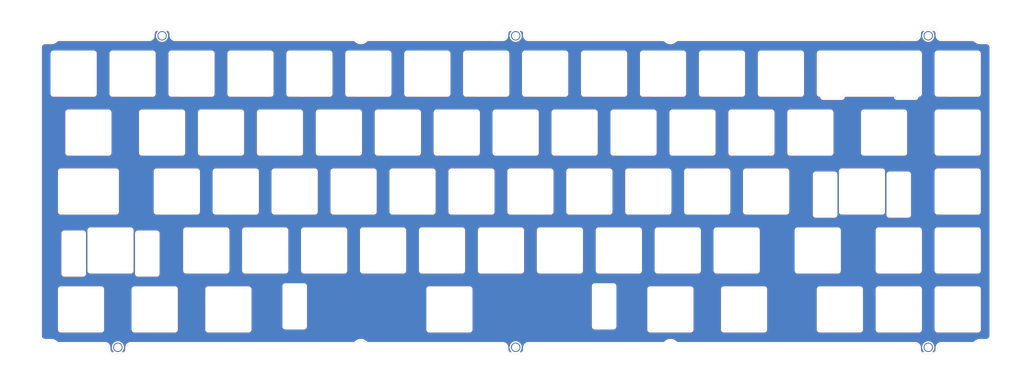
<source format=kicad_pcb>
(kicad_pcb (version 20200518) (host pcbnew "(5.99.0-1913-g40250c427)")
  (layers (0 "F.Cu" signal) (31 "B.Cu" signal) (34 "B.Paste" user) (35 "F.Paste" user) (36 "B.SilkS" user) (37 "F.SilkS" user) (38 "B.Mask" user) (39 "F.Mask" user) (44 "Edge.Cuts" user))
  (net 0 "")
  (module "MountingHole:MountingHole_2.5mm_Pad" (layer "F.Cu") (at 322.189041 28.055924)
    (fp_text reference "REF**" hide)
    (fp_text value "MountingHole_2.5mm_Pad")
    (pad "1" thru_hole circle (at 0 0) (size 3 3) (drill 2.4) (layers *.Cu *.Mask))
  )
  (module "MountingHole:MountingHole_2.5mm_Pad" (layer "F.Cu") (at 322.189041 128.755912)
    (fp_text reference "REF**" hide)
    (fp_text value "MountingHole_2.5mm_Pad")
    (pad "1" thru_hole circle (at 0 0) (size 3 3) (drill 2.4) (layers *.Cu *.Mask))
  )
  (module "MountingHole:MountingHole_2.5mm_Pad" (layer "F.Cu") (at 188.839047 128.755913)
    (fp_text reference "REF**" hide)
    (fp_text value "MountingHole_2.5mm_Pad")
    (pad "1" thru_hole circle (at 0 0) (size 3 3) (drill 2.4) (layers *.Cu *.Mask))
  )
  (module "MountingHole:MountingHole_2.5mm_Pad" (layer "F.Cu") (at 60.251541 128.755912)
    (fp_text reference "REF**" hide)
    (fp_text value "MountingHole_2.5mm_Pad")
    (pad "1" thru_hole circle (at 0 0) (size 3 3) (drill 2.4) (layers *.Cu *.Mask))
  )
  (module "MountingHole:MountingHole_2.5mm_Pad" (layer "F.Cu") (at 74.539041 28.055924)
    (fp_text reference "REF**" hide)
    (fp_text value "MountingHole_2.5mm_Pad")
    (pad "1" thru_hole circle (at 0 0) (size 3 3) (drill 2.4) (layers *.Cu *.Mask))
  )
  (module "MountingHole:MountingHole_2.5mm_Pad" (layer "F.Cu") (at 188.839033 28.055924)
    (fp_text reference "REF**" hide)
    (fp_text value "MountingHole_2.5mm_Pad")
    (pad "1" thru_hole circle (at 0 0) (size 3 3) (drill 2.4) (layers *.Cu *.Mask))
  )
  (module "acheron_MX_PlateSlots:MX125" (layer "F.Cu") (at 262.657803 116.505908)
    (fp_text reference "REF**")
    (fp_text value "MX125")
    (fp_line (start 7 -6.5) (end 7 6.5) (layer "Edge.Cuts") (width 0.010007))
    (fp_line (start -6.5 -7) (end 6.5 -7) (layer "Edge.Cuts") (width 0.010007))
    (fp_arc (start -6.5 6.490924) (end -7 6.490924) (angle -90) (layer "Edge.Cuts") (width 0.010007))
    (fp_line (start -6.5 6.990924) (end 6.5 7) (layer "Edge.Cuts") (width 0.010007))
    (fp_arc (start -6.5 -6.5) (end -6.5 -7) (angle -90) (layer "Edge.Cuts") (width 0.010007))
    (fp_arc (start 6.5 -6.5) (end 7 -6.5) (angle -90) (layer "Edge.Cuts") (width 0.010007))
    (fp_line (start -7 -6.5) (end -7 6.490924) (layer "Edge.Cuts") (width 0.010007))
    (fp_arc (start 6.5 6.5) (end 6.5 7) (angle -90) (layer "Edge.Cuts") (width 0.010007))
  )
  (module "acheron_MX_PlateSlots:MX125" (layer "F.Cu") (at 238.845303 116.505908)
    (fp_text reference "REF**")
    (fp_text value "MX125")
    (fp_arc (start 6.5 6.5) (end 6.5 7) (angle -90) (layer "Edge.Cuts") (width 0.010007))
    (fp_line (start -7 -6.5) (end -7 6.490924) (layer "Edge.Cuts") (width 0.010007))
    (fp_arc (start 6.5 -6.5) (end 7 -6.5) (angle -90) (layer "Edge.Cuts") (width 0.010007))
    (fp_arc (start -6.5 -6.5) (end -6.5 -7) (angle -90) (layer "Edge.Cuts") (width 0.010007))
    (fp_line (start -6.5 6.990924) (end 6.5 7) (layer "Edge.Cuts") (width 0.010007))
    (fp_arc (start -6.5 6.490924) (end -7 6.490924) (angle -90) (layer "Edge.Cuts") (width 0.010007))
    (fp_line (start -6.5 -7) (end 6.5 -7) (layer "Edge.Cuts") (width 0.010007))
    (fp_line (start 7 -6.5) (end 7 6.5) (layer "Edge.Cuts") (width 0.010007))
  )
  (module "acheron_MX_PlateSlots:MX625" (layer "F.Cu") (at 167.407803 116.505908 180)
    (fp_text reference "REF**")
    (fp_text value "MX625")
    (fp_line (start 6.999672 -6.499992) (end 6.999672 6.500007) (layer "Edge.Cuts") (width 0.010007))
    (fp_arc (start -47.00625 7.500008) (end -47.00625 8.000008) (angle -90) (layer "Edge.Cuts") (width 0.010007))
    (fp_arc (start -53.00625 7.500008) (end -53.50625 7.500008) (angle -90) (layer "Edge.Cuts") (width 0.010007))
    (fp_arc (start -47.00625 -5.5) (end -46.50625 -5.5) (angle -90) (layer "Edge.Cuts") (width 0.010007))
    (fp_arc (start -53.00625 -5.5) (end -53.00625 -6) (angle -90) (layer "Edge.Cuts") (width 0.010007))
    (fp_arc (start 47.00625 7.5) (end 46.50625 7.5) (angle -90) (layer "Edge.Cuts") (width 0.010007))
    (fp_arc (start 53.00625 -5.5) (end 53.50625 -5.5) (angle -90) (layer "Edge.Cuts") (width 0.010007))
    (fp_arc (start 47.00625 -5.5) (end 47.00625 -6) (angle -90) (layer "Edge.Cuts") (width 0.010007))
    (fp_line (start 53.50625 -5.5) (end 53.50625 7.5) (layer "Edge.Cuts") (width 0.010007))
    (fp_line (start 46.50625 -5.5) (end 46.50625 7.5) (layer "Edge.Cuts") (width 0.010007))
    (fp_line (start -46.50625 -5.499992) (end -46.50625 7.500008) (layer "Edge.Cuts") (width 0.010007))
    (fp_line (start -53.50625 -5.499992) (end -53.50625 7.5) (layer "Edge.Cuts") (width 0.010007))
    (fp_line (start -53.00625 8.000008) (end -47.00625 8.000008) (layer "Edge.Cuts") (width 0.010007))
    (fp_line (start -53.00625 -5.999992) (end -47.00625 -6) (layer "Edge.Cuts") (width 0.010007))
    (fp_arc (start 53.00625 7.5) (end 53.00625 8) (angle -90) (layer "Edge.Cuts") (width 0.010007))
    (fp_line (start 47.00625 8) (end 53.00625 8) (layer "Edge.Cuts") (width 0.010007))
    (fp_line (start 47.00625 -6) (end 53.00625 -6) (layer "Edge.Cuts") (width 0.010007))
    (fp_arc (start 6.499672 6.500007) (end 6.499672 7.000007) (angle -90) (layer "Edge.Cuts") (width 0.010007))
    (fp_line (start -6.5 -7) (end 6.5 -7) (layer "Edge.Cuts") (width 0.010007))
    (fp_arc (start -6.5 6.5) (end -7 6.5) (angle -90) (layer "Edge.Cuts") (width 0.010007))
    (fp_line (start -6.5 7) (end 6.5 7) (layer "Edge.Cuts") (width 0.010007))
    (fp_arc (start -6.5 -6.5) (end -6.5 -7) (angle -90) (layer "Edge.Cuts") (width 0.010007))
    (fp_arc (start 6.5 -6.5) (end 7 -6.5) (angle -90) (layer "Edge.Cuts") (width 0.010007))
    (fp_line (start -7 -6.5) (end -7 6.5) (layer "Edge.Cuts") (width 0.010007))
  )
  (module "acheron_MX_PlateSlots:MX125" (layer "F.Cu") (at 95.970303 116.505908)
    (fp_text reference "REF**")
    (fp_text value "MX125")
    (fp_line (start 7 -6.5) (end 7 6.5) (layer "Edge.Cuts") (width 0.010007))
    (fp_line (start -6.5 -7) (end 6.5 -7) (layer "Edge.Cuts") (width 0.010007))
    (fp_arc (start -6.5 6.490924) (end -7 6.490924) (angle -90) (layer "Edge.Cuts") (width 0.010007))
    (fp_line (start -6.5 6.990924) (end 6.5 7) (layer "Edge.Cuts") (width 0.010007))
    (fp_arc (start -6.5 -6.5) (end -6.5 -7) (angle -90) (layer "Edge.Cuts") (width 0.010007))
    (fp_arc (start 6.5 -6.5) (end 7 -6.5) (angle -90) (layer "Edge.Cuts") (width 0.010007))
    (fp_line (start -7 -6.5) (end -7 6.490924) (layer "Edge.Cuts") (width 0.010007))
    (fp_arc (start 6.5 6.5) (end 6.5 7) (angle -90) (layer "Edge.Cuts") (width 0.010007))
  )
  (module "acheron_MX_PlateSlots:MX125" (layer "F.Cu") (at 72.157803 116.505908)
    (fp_text reference "REF**")
    (fp_text value "MX125")
    (fp_arc (start 6.5 6.5) (end 6.5 7) (angle -90) (layer "Edge.Cuts") (width 0.010007))
    (fp_line (start -7 -6.5) (end -7 6.490924) (layer "Edge.Cuts") (width 0.010007))
    (fp_arc (start 6.5 -6.5) (end 7 -6.5) (angle -90) (layer "Edge.Cuts") (width 0.010007))
    (fp_arc (start -6.5 -6.5) (end -6.5 -7) (angle -90) (layer "Edge.Cuts") (width 0.010007))
    (fp_line (start -6.5 6.990924) (end 6.5 7) (layer "Edge.Cuts") (width 0.010007))
    (fp_arc (start -6.5 6.490924) (end -7 6.490924) (angle -90) (layer "Edge.Cuts") (width 0.010007))
    (fp_line (start -6.5 -7) (end 6.5 -7) (layer "Edge.Cuts") (width 0.010007))
    (fp_line (start 7 -6.5) (end 7 6.5) (layer "Edge.Cuts") (width 0.010007))
  )
  (module "acheron_MX_PlateSlots:MX125" (layer "F.Cu") (at 48.345303 116.505908)
    (fp_text reference "REF**")
    (fp_text value "MX125")
    (fp_line (start 7 -6.5) (end 7 6.5) (layer "Edge.Cuts") (width 0.010007))
    (fp_line (start -6.5 -7) (end 6.5 -7) (layer "Edge.Cuts") (width 0.010007))
    (fp_arc (start -6.5 6.490924) (end -7 6.490924) (angle -90) (layer "Edge.Cuts") (width 0.010007))
    (fp_line (start -6.5 6.990924) (end 6.5 7) (layer "Edge.Cuts") (width 0.010007))
    (fp_arc (start -6.5 -6.5) (end -6.5 -7) (angle -90) (layer "Edge.Cuts") (width 0.010007))
    (fp_arc (start 6.5 -6.5) (end 7 -6.5) (angle -90) (layer "Edge.Cuts") (width 0.010007))
    (fp_line (start -7 -6.5) (end -7 6.490924) (layer "Edge.Cuts") (width 0.010007))
    (fp_arc (start 6.5 6.5) (end 6.5 7) (angle -90) (layer "Edge.Cuts") (width 0.010007))
  )
  (module "acheron_MX_PlateSlots:MX100" (layer "F.Cu") (at 293.614053 116.505908)
    (fp_text reference "REF**")
    (fp_text value "MX100")
    (fp_line (start 7 -6.5) (end 7 6.5) (layer "Edge.Cuts") (width 0.010007))
    (fp_line (start -6.5 -7) (end 6.5 -7) (layer "Edge.Cuts") (width 0.010007))
    (fp_arc (start -6.5 6.490924) (end -7 6.490924) (angle -90) (layer "Edge.Cuts") (width 0.010007))
    (fp_line (start -6.5 6.990924) (end 6.5 7) (layer "Edge.Cuts") (width 0.010007))
    (fp_arc (start -6.5 -6.5) (end -6.5 -7) (angle -90) (layer "Edge.Cuts") (width 0.010007))
    (fp_arc (start 6.5 -6.5) (end 7 -6.5) (angle -90) (layer "Edge.Cuts") (width 0.010007))
    (fp_line (start -7 -6.5) (end -7 6.490924) (layer "Edge.Cuts") (width 0.010007))
    (fp_arc (start 6.5 6.5) (end 6.5 7) (angle -90) (layer "Edge.Cuts") (width 0.010007))
  )
  (module "acheron_MX_PlateSlots:MX100" (layer "F.Cu") (at 331.714053 116.505908)
    (fp_text reference "REF**")
    (fp_text value "MX100")
    (fp_arc (start 6.5 6.5) (end 6.5 7) (angle -90) (layer "Edge.Cuts") (width 0.010007))
    (fp_line (start -7 -6.5) (end -7 6.490924) (layer "Edge.Cuts") (width 0.010007))
    (fp_arc (start 6.5 -6.5) (end 7 -6.5) (angle -90) (layer "Edge.Cuts") (width 0.010007))
    (fp_arc (start -6.5 -6.5) (end -6.5 -7) (angle -90) (layer "Edge.Cuts") (width 0.010007))
    (fp_line (start -6.5 6.990924) (end 6.5 7) (layer "Edge.Cuts") (width 0.010007))
    (fp_arc (start -6.5 6.490924) (end -7 6.490924) (angle -90) (layer "Edge.Cuts") (width 0.010007))
    (fp_line (start -6.5 -7) (end 6.5 -7) (layer "Edge.Cuts") (width 0.010007))
    (fp_line (start 7 -6.5) (end 7 6.5) (layer "Edge.Cuts") (width 0.010007))
  )
  (module "acheron_MX_PlateSlots:MX100" (layer "F.Cu") (at 312.664053 116.505908)
    (fp_text reference "REF**")
    (fp_text value "MX100")
    (fp_line (start 7 -6.5) (end 7 6.5) (layer "Edge.Cuts") (width 0.010007))
    (fp_line (start -6.5 -7) (end 6.5 -7) (layer "Edge.Cuts") (width 0.010007))
    (fp_arc (start -6.5 6.490924) (end -7 6.490924) (angle -90) (layer "Edge.Cuts") (width 0.010007))
    (fp_line (start -6.5 6.990924) (end 6.5 7) (layer "Edge.Cuts") (width 0.010007))
    (fp_arc (start -6.5 -6.5) (end -6.5 -7) (angle -90) (layer "Edge.Cuts") (width 0.010007))
    (fp_arc (start 6.5 -6.5) (end 7 -6.5) (angle -90) (layer "Edge.Cuts") (width 0.010007))
    (fp_line (start -7 -6.5) (end -7 6.490924) (layer "Edge.Cuts") (width 0.010007))
    (fp_arc (start 6.5 6.5) (end 6.5 7) (angle -90) (layer "Edge.Cuts") (width 0.010007))
  )
  (module "acheron_MX_PlateSlots:MX100" (layer "F.Cu") (at 312.664053 97.455908)
    (fp_text reference "REF**")
    (fp_text value "MX100")
    (fp_arc (start 6.5 6.5) (end 6.5 7) (angle -90) (layer "Edge.Cuts") (width 0.010007))
    (fp_line (start -7 -6.5) (end -7 6.490924) (layer "Edge.Cuts") (width 0.010007))
    (fp_arc (start 6.5 -6.5) (end 7 -6.5) (angle -90) (layer "Edge.Cuts") (width 0.010007))
    (fp_arc (start -6.5 -6.5) (end -6.5 -7) (angle -90) (layer "Edge.Cuts") (width 0.010007))
    (fp_line (start -6.5 6.990924) (end 6.5 7) (layer "Edge.Cuts") (width 0.010007))
    (fp_arc (start -6.5 6.490924) (end -7 6.490924) (angle -90) (layer "Edge.Cuts") (width 0.010007))
    (fp_line (start -6.5 -7) (end 6.5 -7) (layer "Edge.Cuts") (width 0.010007))
    (fp_line (start 7 -6.5) (end 7 6.5) (layer "Edge.Cuts") (width 0.010007))
  )
  (module "acheron_MX_PlateSlots:MX175" (layer "F.Cu") (at 286.470303 97.455908)
    (fp_text reference "REF**")
    (fp_text value "MX175")
    (fp_line (start 7 -6.5) (end 7 6.5) (layer "Edge.Cuts") (width 0.010007))
    (fp_line (start -6.5 -7) (end 6.5 -7) (layer "Edge.Cuts") (width 0.010007))
    (fp_arc (start -6.5 6.490924) (end -7 6.490924) (angle -90) (layer "Edge.Cuts") (width 0.010007))
    (fp_line (start -6.5 6.990924) (end 6.5 7) (layer "Edge.Cuts") (width 0.010007))
    (fp_arc (start -6.5 -6.5) (end -6.5 -7) (angle -90) (layer "Edge.Cuts") (width 0.010007))
    (fp_arc (start 6.5 -6.5) (end 7 -6.5) (angle -90) (layer "Edge.Cuts") (width 0.010007))
    (fp_line (start -7 -6.5) (end -7 6.490924) (layer "Edge.Cuts") (width 0.010007))
    (fp_arc (start 6.5 6.5) (end 6.5 7) (angle -90) (layer "Edge.Cuts") (width 0.010007))
  )
  (module "acheron_MX_PlateSlots:MX100" (layer "F.Cu") (at 331.714053 97.455908)
    (fp_text reference "REF**")
    (fp_text value "MX100")
    (fp_line (start 7 -6.5) (end 7 6.5) (layer "Edge.Cuts") (width 0.010007))
    (fp_line (start -6.5 -7) (end 6.5 -7) (layer "Edge.Cuts") (width 0.010007))
    (fp_arc (start -6.5 6.490924) (end -7 6.490924) (angle -90) (layer "Edge.Cuts") (width 0.010007))
    (fp_line (start -6.5 6.990924) (end 6.5 7) (layer "Edge.Cuts") (width 0.010007))
    (fp_arc (start -6.5 -6.5) (end -6.5 -7) (angle -90) (layer "Edge.Cuts") (width 0.010007))
    (fp_arc (start 6.5 -6.5) (end 7 -6.5) (angle -90) (layer "Edge.Cuts") (width 0.010007))
    (fp_line (start -7 -6.5) (end -7 6.490924) (layer "Edge.Cuts") (width 0.010007))
    (fp_arc (start 6.5 6.5) (end 6.5 7) (angle -90) (layer "Edge.Cuts") (width 0.010007))
  )
  (module "acheron_MX_PlateSlots:MX100" (layer "F.Cu") (at 331.714053 78.405908)
    (fp_text reference "REF**")
    (fp_text value "MX100")
    (fp_arc (start 6.5 6.5) (end 6.5 7) (angle -90) (layer "Edge.Cuts") (width 0.010007))
    (fp_line (start -7 -6.5) (end -7 6.490924) (layer "Edge.Cuts") (width 0.010007))
    (fp_arc (start 6.5 -6.5) (end 7 -6.5) (angle -90) (layer "Edge.Cuts") (width 0.010007))
    (fp_arc (start -6.5 -6.5) (end -6.5 -7) (angle -90) (layer "Edge.Cuts") (width 0.010007))
    (fp_line (start -6.5 6.990924) (end 6.5 7) (layer "Edge.Cuts") (width 0.010007))
    (fp_arc (start -6.5 6.490924) (end -7 6.490924) (angle -90) (layer "Edge.Cuts") (width 0.010007))
    (fp_line (start -6.5 -7) (end 6.5 -7) (layer "Edge.Cuts") (width 0.010007))
    (fp_line (start 7 -6.5) (end 7 6.5) (layer "Edge.Cuts") (width 0.010007))
  )
  (module "acheron_MX_PlateSlots:MX100" (layer "F.Cu") (at 331.714053 59.355908)
    (fp_text reference "REF**")
    (fp_text value "MX100")
    (fp_line (start 7 -6.5) (end 7 6.5) (layer "Edge.Cuts") (width 0.010007))
    (fp_line (start -6.5 -7) (end 6.5 -7) (layer "Edge.Cuts") (width 0.010007))
    (fp_arc (start -6.5 6.490924) (end -7 6.490924) (angle -90) (layer "Edge.Cuts") (width 0.010007))
    (fp_line (start -6.5 6.990924) (end 6.5 7) (layer "Edge.Cuts") (width 0.010007))
    (fp_arc (start -6.5 -6.5) (end -6.5 -7) (angle -90) (layer "Edge.Cuts") (width 0.010007))
    (fp_arc (start 6.5 -6.5) (end 7 -6.5) (angle -90) (layer "Edge.Cuts") (width 0.010007))
    (fp_line (start -7 -6.5) (end -7 6.490924) (layer "Edge.Cuts") (width 0.010007))
    (fp_arc (start 6.5 6.5) (end 6.5 7) (angle -90) (layer "Edge.Cuts") (width 0.010007))
  )
  (module "acheron_MX_PlateSlots:MX100" (layer "F.Cu") (at 260.276553 97.455908)
    (fp_text reference "REF**")
    (fp_text value "MX100")
    (fp_arc (start 6.5 6.5) (end 6.5 7) (angle -90) (layer "Edge.Cuts") (width 0.010007))
    (fp_line (start -7 -6.5) (end -7 6.490924) (layer "Edge.Cuts") (width 0.010007))
    (fp_arc (start 6.5 -6.5) (end 7 -6.5) (angle -90) (layer "Edge.Cuts") (width 0.010007))
    (fp_arc (start -6.5 -6.5) (end -6.5 -7) (angle -90) (layer "Edge.Cuts") (width 0.010007))
    (fp_line (start -6.5 6.990924) (end 6.5 7) (layer "Edge.Cuts") (width 0.010007))
    (fp_arc (start -6.5 6.490924) (end -7 6.490924) (angle -90) (layer "Edge.Cuts") (width 0.010007))
    (fp_line (start -6.5 -7) (end 6.5 -7) (layer "Edge.Cuts") (width 0.010007))
    (fp_line (start 7 -6.5) (end 7 6.5) (layer "Edge.Cuts") (width 0.010007))
  )
  (module "acheron_MX_PlateSlots:MX100" (layer "F.Cu") (at 241.226553 97.455908)
    (fp_text reference "REF**")
    (fp_text value "MX100")
    (fp_line (start 7 -6.5) (end 7 6.5) (layer "Edge.Cuts") (width 0.010007))
    (fp_line (start -6.5 -7) (end 6.5 -7) (layer "Edge.Cuts") (width 0.010007))
    (fp_arc (start -6.5 6.490924) (end -7 6.490924) (angle -90) (layer "Edge.Cuts") (width 0.010007))
    (fp_line (start -6.5 6.990924) (end 6.5 7) (layer "Edge.Cuts") (width 0.010007))
    (fp_arc (start -6.5 -6.5) (end -6.5 -7) (angle -90) (layer "Edge.Cuts") (width 0.010007))
    (fp_arc (start 6.5 -6.5) (end 7 -6.5) (angle -90) (layer "Edge.Cuts") (width 0.010007))
    (fp_line (start -7 -6.5) (end -7 6.490924) (layer "Edge.Cuts") (width 0.010007))
    (fp_arc (start 6.5 6.5) (end 6.5 7) (angle -90) (layer "Edge.Cuts") (width 0.010007))
  )
  (module "acheron_MX_PlateSlots:MX100" (layer "F.Cu") (at 222.176553 97.455908)
    (fp_text reference "REF**")
    (fp_text value "MX100")
    (fp_line (start 7 -6.5) (end 7 6.5) (layer "Edge.Cuts") (width 0.010007))
    (fp_line (start -6.5 -7) (end 6.5 -7) (layer "Edge.Cuts") (width 0.010007))
    (fp_arc (start -6.5 6.490924) (end -7 6.490924) (angle -90) (layer "Edge.Cuts") (width 0.010007))
    (fp_line (start -6.5 6.990924) (end 6.5 7) (layer "Edge.Cuts") (width 0.010007))
    (fp_arc (start -6.5 -6.5) (end -6.5 -7) (angle -90) (layer "Edge.Cuts") (width 0.010007))
    (fp_arc (start 6.5 -6.5) (end 7 -6.5) (angle -90) (layer "Edge.Cuts") (width 0.010007))
    (fp_line (start -7 -6.5) (end -7 6.490924) (layer "Edge.Cuts") (width 0.010007))
    (fp_arc (start 6.5 6.5) (end 6.5 7) (angle -90) (layer "Edge.Cuts") (width 0.010007))
  )
  (module "acheron_MX_PlateSlots:MX100" (layer "F.Cu") (at 145.976553 97.455908)
    (fp_text reference "REF**")
    (fp_text value "MX100")
    (fp_arc (start 6.5 6.5) (end 6.5 7) (angle -90) (layer "Edge.Cuts") (width 0.010007))
    (fp_line (start -7 -6.5) (end -7 6.490924) (layer "Edge.Cuts") (width 0.010007))
    (fp_arc (start 6.5 -6.5) (end 7 -6.5) (angle -90) (layer "Edge.Cuts") (width 0.010007))
    (fp_arc (start -6.5 -6.5) (end -6.5 -7) (angle -90) (layer "Edge.Cuts") (width 0.010007))
    (fp_line (start -6.5 6.990924) (end 6.5 7) (layer "Edge.Cuts") (width 0.010007))
    (fp_arc (start -6.5 6.490924) (end -7 6.490924) (angle -90) (layer "Edge.Cuts") (width 0.010007))
    (fp_line (start -6.5 -7) (end 6.5 -7) (layer "Edge.Cuts") (width 0.010007))
    (fp_line (start 7 -6.5) (end 7 6.5) (layer "Edge.Cuts") (width 0.010007))
  )
  (module "acheron_MX_PlateSlots:MX100" (layer "F.Cu") (at 107.876553 97.455908)
    (fp_text reference "REF**")
    (fp_text value "MX100")
    (fp_line (start 7 -6.5) (end 7 6.5) (layer "Edge.Cuts") (width 0.010007))
    (fp_line (start -6.5 -7) (end 6.5 -7) (layer "Edge.Cuts") (width 0.010007))
    (fp_arc (start -6.5 6.490924) (end -7 6.490924) (angle -90) (layer "Edge.Cuts") (width 0.010007))
    (fp_line (start -6.5 6.990924) (end 6.5 7) (layer "Edge.Cuts") (width 0.010007))
    (fp_arc (start -6.5 -6.5) (end -6.5 -7) (angle -90) (layer "Edge.Cuts") (width 0.010007))
    (fp_arc (start 6.5 -6.5) (end 7 -6.5) (angle -90) (layer "Edge.Cuts") (width 0.010007))
    (fp_line (start -7 -6.5) (end -7 6.490924) (layer "Edge.Cuts") (width 0.010007))
    (fp_arc (start 6.5 6.5) (end 6.5 7) (angle -90) (layer "Edge.Cuts") (width 0.010007))
  )
  (module "acheron_MX_PlateSlots:MX100" (layer "F.Cu") (at 165.026553 97.455908)
    (fp_text reference "REF**")
    (fp_text value "MX100")
    (fp_line (start 7 -6.5) (end 7 6.5) (layer "Edge.Cuts") (width 0.010007))
    (fp_line (start -6.5 -7) (end 6.5 -7) (layer "Edge.Cuts") (width 0.010007))
    (fp_arc (start -6.5 6.490924) (end -7 6.490924) (angle -90) (layer "Edge.Cuts") (width 0.010007))
    (fp_line (start -6.5 6.990924) (end 6.5 7) (layer "Edge.Cuts") (width 0.010007))
    (fp_arc (start -6.5 -6.5) (end -6.5 -7) (angle -90) (layer "Edge.Cuts") (width 0.010007))
    (fp_arc (start 6.5 -6.5) (end 7 -6.5) (angle -90) (layer "Edge.Cuts") (width 0.010007))
    (fp_line (start -7 -6.5) (end -7 6.490924) (layer "Edge.Cuts") (width 0.010007))
    (fp_arc (start 6.5 6.5) (end 6.5 7) (angle -90) (layer "Edge.Cuts") (width 0.010007))
  )
  (module "acheron_MX_PlateSlots:MX100" (layer "F.Cu") (at 203.126553 97.455908)
    (fp_text reference "REF**")
    (fp_text value "MX100")
    (fp_line (start 7 -6.5) (end 7 6.5) (layer "Edge.Cuts") (width 0.010007))
    (fp_line (start -6.5 -7) (end 6.5 -7) (layer "Edge.Cuts") (width 0.010007))
    (fp_arc (start -6.5 6.490924) (end -7 6.490924) (angle -90) (layer "Edge.Cuts") (width 0.010007))
    (fp_line (start -6.5 6.990924) (end 6.5 7) (layer "Edge.Cuts") (width 0.010007))
    (fp_arc (start -6.5 -6.5) (end -6.5 -7) (angle -90) (layer "Edge.Cuts") (width 0.010007))
    (fp_arc (start 6.5 -6.5) (end 7 -6.5) (angle -90) (layer "Edge.Cuts") (width 0.010007))
    (fp_line (start -7 -6.5) (end -7 6.490924) (layer "Edge.Cuts") (width 0.010007))
    (fp_arc (start 6.5 6.5) (end 6.5 7) (angle -90) (layer "Edge.Cuts") (width 0.010007))
  )
  (module "acheron_MX_PlateSlots:MX100" (layer "F.Cu") (at 184.076553 97.455908)
    (fp_text reference "REF**")
    (fp_text value "MX100")
    (fp_arc (start 6.5 6.5) (end 6.5 7) (angle -90) (layer "Edge.Cuts") (width 0.010007))
    (fp_line (start -7 -6.5) (end -7 6.490924) (layer "Edge.Cuts") (width 0.010007))
    (fp_arc (start 6.5 -6.5) (end 7 -6.5) (angle -90) (layer "Edge.Cuts") (width 0.010007))
    (fp_arc (start -6.5 -6.5) (end -6.5 -7) (angle -90) (layer "Edge.Cuts") (width 0.010007))
    (fp_line (start -6.5 6.990924) (end 6.5 7) (layer "Edge.Cuts") (width 0.010007))
    (fp_arc (start -6.5 6.490924) (end -7 6.490924) (angle -90) (layer "Edge.Cuts") (width 0.010007))
    (fp_line (start -6.5 -7) (end 6.5 -7) (layer "Edge.Cuts") (width 0.010007))
    (fp_line (start 7 -6.5) (end 7 6.5) (layer "Edge.Cuts") (width 0.010007))
  )
  (module "acheron_MX_PlateSlots:MX100" (layer "F.Cu") (at 126.926553 97.455908)
    (fp_text reference "REF**")
    (fp_text value "MX100")
    (fp_arc (start 6.5 6.5) (end 6.5 7) (angle -90) (layer "Edge.Cuts") (width 0.010007))
    (fp_line (start -7 -6.5) (end -7 6.490924) (layer "Edge.Cuts") (width 0.010007))
    (fp_arc (start 6.5 -6.5) (end 7 -6.5) (angle -90) (layer "Edge.Cuts") (width 0.010007))
    (fp_arc (start -6.5 -6.5) (end -6.5 -7) (angle -90) (layer "Edge.Cuts") (width 0.010007))
    (fp_line (start -6.5 6.990924) (end 6.5 7) (layer "Edge.Cuts") (width 0.010007))
    (fp_arc (start -6.5 6.490924) (end -7 6.490924) (angle -90) (layer "Edge.Cuts") (width 0.010007))
    (fp_line (start -6.5 -7) (end 6.5 -7) (layer "Edge.Cuts") (width 0.010007))
    (fp_line (start 7 -6.5) (end 7 6.5) (layer "Edge.Cuts") (width 0.010007))
  )
  (module "acheron_MX_PlateSlots:MX100" (layer "F.Cu") (at 88.826553 97.455908)
    (fp_text reference "REF**")
    (fp_text value "MX100")
    (fp_arc (start 6.5 6.5) (end 6.5 7) (angle -90) (layer "Edge.Cuts") (width 0.010007))
    (fp_line (start -7 -6.5) (end -7 6.490924) (layer "Edge.Cuts") (width 0.010007))
    (fp_arc (start 6.5 -6.5) (end 7 -6.5) (angle -90) (layer "Edge.Cuts") (width 0.010007))
    (fp_arc (start -6.5 -6.5) (end -6.5 -7) (angle -90) (layer "Edge.Cuts") (width 0.010007))
    (fp_line (start -6.5 6.990924) (end 6.5 7) (layer "Edge.Cuts") (width 0.010007))
    (fp_arc (start -6.5 6.490924) (end -7 6.490924) (angle -90) (layer "Edge.Cuts") (width 0.010007))
    (fp_line (start -6.5 -7) (end 6.5 -7) (layer "Edge.Cuts") (width 0.010007))
    (fp_line (start 7 -6.5) (end 7 6.5) (layer "Edge.Cuts") (width 0.010007))
  )
  (module "acheron_MX_PlateSlots:MX225" (layer "F.Cu") (at 57.870303 97.455908)
    (fp_text reference "REF**")
    (fp_text value "MX225")
    (fp_line (start -7 -6.5) (end -7 6.5) (layer "Edge.Cuts") (width 0.010007))
    (fp_arc (start 6.5 -6.5) (end 7 -6.5) (angle -90) (layer "Edge.Cuts") (width 0.010007))
    (fp_arc (start -6.5 -6.5) (end -6.5 -7) (angle -90) (layer "Edge.Cuts") (width 0.010007))
    (fp_line (start -6.5 7) (end 6.5 7) (layer "Edge.Cuts") (width 0.010007))
    (fp_arc (start -6.5 6.5) (end -7 6.5) (angle -90) (layer "Edge.Cuts") (width 0.010007))
    (fp_line (start -6.5 -7) (end 6.5 -7) (layer "Edge.Cuts") (width 0.010007))
    (fp_arc (start 6.499672 6.500007) (end 6.499672 7.000007) (angle -90) (layer "Edge.Cuts") (width 0.010007))
    (fp_line (start 8.90625 -5.999992) (end 14.90625 -5.999992) (layer "Edge.Cuts") (width 0.010007))
    (fp_line (start 8.90625 8.000008) (end 14.90625 8.000008) (layer "Edge.Cuts") (width 0.010007))
    (fp_arc (start 14.90625 7.500008) (end 14.90625 8.000008) (angle -90) (layer "Edge.Cuts") (width 0.010007))
    (fp_line (start -14.90625 -6) (end -8.90625 -5.999992) (layer "Edge.Cuts") (width 0.010007))
    (fp_line (start -14.90625 8.000008) (end -8.90625 8.000008) (layer "Edge.Cuts") (width 0.010007))
    (fp_line (start -15.40625 -5.499992) (end -15.40625 7.500008) (layer "Edge.Cuts") (width 0.010007))
    (fp_line (start -8.40625 -5.499992) (end -8.40625 7.5) (layer "Edge.Cuts") (width 0.010007))
    (fp_line (start 8.40625 -5.499992) (end 8.40625 7.5) (layer "Edge.Cuts") (width 0.010007))
    (fp_line (start 15.40625 -5.499992) (end 15.40625 7.500008) (layer "Edge.Cuts") (width 0.010007))
    (fp_arc (start 8.90625 -5.5) (end 8.90625 -6) (angle -90) (layer "Edge.Cuts") (width 0.010007))
    (fp_arc (start 14.90625 -5.5) (end 15.40625 -5.5) (angle -90) (layer "Edge.Cuts") (width 0.010007))
    (fp_arc (start 8.90625 7.500008) (end 8.40625 7.500008) (angle -90) (layer "Edge.Cuts") (width 0.010007))
    (fp_arc (start -14.90625 -5.5) (end -14.90625 -6) (angle -90) (layer "Edge.Cuts") (width 0.010007))
    (fp_arc (start -8.90625 -5.5) (end -8.40625 -5.5) (angle -90) (layer "Edge.Cuts") (width 0.010007))
    (fp_arc (start -14.90625 7.500008) (end -15.40625 7.500008) (angle -90) (layer "Edge.Cuts") (width 0.010007))
    (fp_arc (start -8.90625 7.500008) (end -8.90625 8.000008) (angle -90) (layer "Edge.Cuts") (width 0.010007))
    (fp_line (start 6.999672 -6.499992) (end 6.999672 6.500007) (layer "Edge.Cuts") (width 0.010007))
  )
  (module "acheron_MX_PlateSlots:MX100" (layer "F.Cu") (at 174.551553 78.405908)
    (fp_text reference "REF**")
    (fp_text value "MX100")
    (fp_line (start 7 -6.5) (end 7 6.5) (layer "Edge.Cuts") (width 0.010007))
    (fp_line (start -6.5 -7) (end 6.5 -7) (layer "Edge.Cuts") (width 0.010007))
    (fp_arc (start -6.5 6.490924) (end -7 6.490924) (angle -90) (layer "Edge.Cuts") (width 0.010007))
    (fp_line (start -6.5 6.990924) (end 6.5 7) (layer "Edge.Cuts") (width 0.010007))
    (fp_arc (start -6.5 -6.5) (end -6.5 -7) (angle -90) (layer "Edge.Cuts") (width 0.010007))
    (fp_arc (start 6.5 -6.5) (end 7 -6.5) (angle -90) (layer "Edge.Cuts") (width 0.010007))
    (fp_line (start -7 -6.5) (end -7 6.490924) (layer "Edge.Cuts") (width 0.010007))
    (fp_arc (start 6.5 6.5) (end 6.5 7) (angle -90) (layer "Edge.Cuts") (width 0.010007))
  )
  (module "acheron_MX_PlateSlots:MX100" (layer "F.Cu") (at 98.351553 78.405908)
    (fp_text reference "REF**")
    (fp_text value "MX100")
    (fp_arc (start 6.5 6.5) (end 6.5 7) (angle -90) (layer "Edge.Cuts") (width 0.010007))
    (fp_line (start -7 -6.5) (end -7 6.490924) (layer "Edge.Cuts") (width 0.010007))
    (fp_arc (start 6.5 -6.5) (end 7 -6.5) (angle -90) (layer "Edge.Cuts") (width 0.010007))
    (fp_arc (start -6.5 -6.5) (end -6.5 -7) (angle -90) (layer "Edge.Cuts") (width 0.010007))
    (fp_line (start -6.5 6.990924) (end 6.5 7) (layer "Edge.Cuts") (width 0.010007))
    (fp_arc (start -6.5 6.490924) (end -7 6.490924) (angle -90) (layer "Edge.Cuts") (width 0.010007))
    (fp_line (start -6.5 -7) (end 6.5 -7) (layer "Edge.Cuts") (width 0.010007))
    (fp_line (start 7 -6.5) (end 7 6.5) (layer "Edge.Cuts") (width 0.010007))
  )
  (module "acheron_MX_PlateSlots:MX100" (layer "F.Cu") (at 79.301553 78.405908)
    (fp_text reference "REF**")
    (fp_text value "MX100")
    (fp_line (start 7 -6.5) (end 7 6.5) (layer "Edge.Cuts") (width 0.010007))
    (fp_line (start -6.5 -7) (end 6.5 -7) (layer "Edge.Cuts") (width 0.010007))
    (fp_arc (start -6.5 6.490924) (end -7 6.490924) (angle -90) (layer "Edge.Cuts") (width 0.010007))
    (fp_line (start -6.5 6.990924) (end 6.5 7) (layer "Edge.Cuts") (width 0.010007))
    (fp_arc (start -6.5 -6.5) (end -6.5 -7) (angle -90) (layer "Edge.Cuts") (width 0.010007))
    (fp_arc (start 6.5 -6.5) (end 7 -6.5) (angle -90) (layer "Edge.Cuts") (width 0.010007))
    (fp_line (start -7 -6.5) (end -7 6.490924) (layer "Edge.Cuts") (width 0.010007))
    (fp_arc (start 6.5 6.5) (end 6.5 7) (angle -90) (layer "Edge.Cuts") (width 0.010007))
  )
  (module "acheron_MX_PlateSlots:MX100" (layer "F.Cu") (at 155.501553 78.405908)
    (fp_text reference "REF**")
    (fp_text value "MX100")
    (fp_arc (start 6.5 6.5) (end 6.5 7) (angle -90) (layer "Edge.Cuts") (width 0.010007))
    (fp_line (start -7 -6.5) (end -7 6.490924) (layer "Edge.Cuts") (width 0.010007))
    (fp_arc (start 6.5 -6.5) (end 7 -6.5) (angle -90) (layer "Edge.Cuts") (width 0.010007))
    (fp_arc (start -6.5 -6.5) (end -6.5 -7) (angle -90) (layer "Edge.Cuts") (width 0.010007))
    (fp_line (start -6.5 6.990924) (end 6.5 7) (layer "Edge.Cuts") (width 0.010007))
    (fp_arc (start -6.5 6.490924) (end -7 6.490924) (angle -90) (layer "Edge.Cuts") (width 0.010007))
    (fp_line (start -6.5 -7) (end 6.5 -7) (layer "Edge.Cuts") (width 0.010007))
    (fp_line (start 7 -6.5) (end 7 6.5) (layer "Edge.Cuts") (width 0.010007))
  )
  (module "acheron_MX_PlateSlots:MX100" (layer "F.Cu") (at 136.451553 78.405908)
    (fp_text reference "REF**")
    (fp_text value "MX100")
    (fp_line (start 7 -6.5) (end 7 6.5) (layer "Edge.Cuts") (width 0.010007))
    (fp_line (start -6.5 -7) (end 6.5 -7) (layer "Edge.Cuts") (width 0.010007))
    (fp_arc (start -6.5 6.490924) (end -7 6.490924) (angle -90) (layer "Edge.Cuts") (width 0.010007))
    (fp_line (start -6.5 6.990924) (end 6.5 7) (layer "Edge.Cuts") (width 0.010007))
    (fp_arc (start -6.5 -6.5) (end -6.5 -7) (angle -90) (layer "Edge.Cuts") (width 0.010007))
    (fp_arc (start 6.5 -6.5) (end 7 -6.5) (angle -90) (layer "Edge.Cuts") (width 0.010007))
    (fp_line (start -7 -6.5) (end -7 6.490924) (layer "Edge.Cuts") (width 0.010007))
    (fp_arc (start 6.5 6.5) (end 6.5 7) (angle -90) (layer "Edge.Cuts") (width 0.010007))
  )
  (module "acheron_MX_PlateSlots:MX100" (layer "F.Cu") (at 117.401553 78.405908)
    (fp_text reference "REF**")
    (fp_text value "MX100")
    (fp_line (start 7 -6.5) (end 7 6.5) (layer "Edge.Cuts") (width 0.010007))
    (fp_line (start -6.5 -7) (end 6.5 -7) (layer "Edge.Cuts") (width 0.010007))
    (fp_arc (start -6.5 6.490924) (end -7 6.490924) (angle -90) (layer "Edge.Cuts") (width 0.010007))
    (fp_line (start -6.5 6.990924) (end 6.5 7) (layer "Edge.Cuts") (width 0.010007))
    (fp_arc (start -6.5 -6.5) (end -6.5 -7) (angle -90) (layer "Edge.Cuts") (width 0.010007))
    (fp_arc (start 6.5 -6.5) (end 7 -6.5) (angle -90) (layer "Edge.Cuts") (width 0.010007))
    (fp_line (start -7 -6.5) (end -7 6.490924) (layer "Edge.Cuts") (width 0.010007))
    (fp_arc (start 6.5 6.5) (end 6.5 7) (angle -90) (layer "Edge.Cuts") (width 0.010007))
  )
  (module "acheron_MX_PlateSlots:MX100" (layer "F.Cu") (at 250.751553 78.405908)
    (fp_text reference "REF**")
    (fp_text value "MX100")
    (fp_arc (start 6.5 6.5) (end 6.5 7) (angle -90) (layer "Edge.Cuts") (width 0.010007))
    (fp_line (start -7 -6.5) (end -7 6.490924) (layer "Edge.Cuts") (width 0.010007))
    (fp_arc (start 6.5 -6.5) (end 7 -6.5) (angle -90) (layer "Edge.Cuts") (width 0.010007))
    (fp_arc (start -6.5 -6.5) (end -6.5 -7) (angle -90) (layer "Edge.Cuts") (width 0.010007))
    (fp_line (start -6.5 6.990924) (end 6.5 7) (layer "Edge.Cuts") (width 0.010007))
    (fp_arc (start -6.5 6.490924) (end -7 6.490924) (angle -90) (layer "Edge.Cuts") (width 0.010007))
    (fp_line (start -6.5 -7) (end 6.5 -7) (layer "Edge.Cuts") (width 0.010007))
    (fp_line (start 7 -6.5) (end 7 6.5) (layer "Edge.Cuts") (width 0.010007))
  )
  (module "acheron_MX_PlateSlots:MX100" (layer "F.Cu") (at 212.651553 78.405908)
    (fp_text reference "REF**")
    (fp_text value "MX100")
    (fp_line (start 7 -6.5) (end 7 6.5) (layer "Edge.Cuts") (width 0.010007))
    (fp_line (start -6.5 -7) (end 6.5 -7) (layer "Edge.Cuts") (width 0.010007))
    (fp_arc (start -6.5 6.490924) (end -7 6.490924) (angle -90) (layer "Edge.Cuts") (width 0.010007))
    (fp_line (start -6.5 6.990924) (end 6.5 7) (layer "Edge.Cuts") (width 0.010007))
    (fp_arc (start -6.5 -6.5) (end -6.5 -7) (angle -90) (layer "Edge.Cuts") (width 0.010007))
    (fp_arc (start 6.5 -6.5) (end 7 -6.5) (angle -90) (layer "Edge.Cuts") (width 0.010007))
    (fp_line (start -7 -6.5) (end -7 6.490924) (layer "Edge.Cuts") (width 0.010007))
    (fp_arc (start 6.5 6.5) (end 6.5 7) (angle -90) (layer "Edge.Cuts") (width 0.010007))
  )
  (module "acheron_MX_PlateSlots:MX100" (layer "F.Cu") (at 269.801553 78.405908)
    (fp_text reference "REF**")
    (fp_text value "MX100")
    (fp_line (start 7 -6.5) (end 7 6.5) (layer "Edge.Cuts") (width 0.010007))
    (fp_line (start -6.5 -7) (end 6.5 -7) (layer "Edge.Cuts") (width 0.010007))
    (fp_arc (start -6.5 6.490924) (end -7 6.490924) (angle -90) (layer "Edge.Cuts") (width 0.010007))
    (fp_line (start -6.5 6.990924) (end 6.5 7) (layer "Edge.Cuts") (width 0.010007))
    (fp_arc (start -6.5 -6.5) (end -6.5 -7) (angle -90) (layer "Edge.Cuts") (width 0.010007))
    (fp_arc (start 6.5 -6.5) (end 7 -6.5) (angle -90) (layer "Edge.Cuts") (width 0.010007))
    (fp_line (start -7 -6.5) (end -7 6.490924) (layer "Edge.Cuts") (width 0.010007))
    (fp_arc (start 6.5 6.5) (end 6.5 7) (angle -90) (layer "Edge.Cuts") (width 0.010007))
  )
  (module "acheron_MX_PlateSlots:MX100" (layer "F.Cu") (at 231.701553 78.405908)
    (fp_text reference "REF**")
    (fp_text value "MX100")
    (fp_arc (start 6.5 6.5) (end 6.5 7) (angle -90) (layer "Edge.Cuts") (width 0.010007))
    (fp_line (start -7 -6.5) (end -7 6.490924) (layer "Edge.Cuts") (width 0.010007))
    (fp_arc (start 6.5 -6.5) (end 7 -6.5) (angle -90) (layer "Edge.Cuts") (width 0.010007))
    (fp_arc (start -6.5 -6.5) (end -6.5 -7) (angle -90) (layer "Edge.Cuts") (width 0.010007))
    (fp_line (start -6.5 6.990924) (end 6.5 7) (layer "Edge.Cuts") (width 0.010007))
    (fp_arc (start -6.5 6.490924) (end -7 6.490924) (angle -90) (layer "Edge.Cuts") (width 0.010007))
    (fp_line (start -6.5 -7) (end 6.5 -7) (layer "Edge.Cuts") (width 0.010007))
    (fp_line (start 7 -6.5) (end 7 6.5) (layer "Edge.Cuts") (width 0.010007))
  )
  (module "acheron_MX_PlateSlots:MX100" (layer "F.Cu") (at 193.601553 78.405908)
    (fp_text reference "REF**")
    (fp_text value "MX100")
    (fp_arc (start 6.5 6.5) (end 6.5 7) (angle -90) (layer "Edge.Cuts") (width 0.010007))
    (fp_line (start -7 -6.5) (end -7 6.490924) (layer "Edge.Cuts") (width 0.010007))
    (fp_arc (start 6.5 -6.5) (end 7 -6.5) (angle -90) (layer "Edge.Cuts") (width 0.010007))
    (fp_arc (start -6.5 -6.5) (end -6.5 -7) (angle -90) (layer "Edge.Cuts") (width 0.010007))
    (fp_line (start -6.5 6.990924) (end 6.5 7) (layer "Edge.Cuts") (width 0.010007))
    (fp_arc (start -6.5 6.490924) (end -7 6.490924) (angle -90) (layer "Edge.Cuts") (width 0.010007))
    (fp_line (start -6.5 -7) (end 6.5 -7) (layer "Edge.Cuts") (width 0.010007))
    (fp_line (start 7 -6.5) (end 7 6.5) (layer "Edge.Cuts") (width 0.010007))
  )
  (module "acheron_MX_PlateSlots:MX225" (layer "F.Cu") (at 300.757803 78.405908)
    (fp_text reference "REF**")
    (fp_text value "MX225")
    (fp_line (start 6.999672 -6.499992) (end 6.999672 6.500007) (layer "Edge.Cuts") (width 0.010007))
    (fp_arc (start -8.90625 7.500008) (end -8.90625 8.000008) (angle -90) (layer "Edge.Cuts") (width 0.010007))
    (fp_arc (start -14.90625 7.500008) (end -15.40625 7.500008) (angle -90) (layer "Edge.Cuts") (width 0.010007))
    (fp_arc (start -8.90625 -5.5) (end -8.40625 -5.5) (angle -90) (layer "Edge.Cuts") (width 0.010007))
    (fp_arc (start -14.90625 -5.5) (end -14.90625 -6) (angle -90) (layer "Edge.Cuts") (width 0.010007))
    (fp_arc (start 8.90625 7.500008) (end 8.40625 7.500008) (angle -90) (layer "Edge.Cuts") (width 0.010007))
    (fp_arc (start 14.90625 -5.5) (end 15.40625 -5.5) (angle -90) (layer "Edge.Cuts") (width 0.010007))
    (fp_arc (start 8.90625 -5.5) (end 8.90625 -6) (angle -90) (layer "Edge.Cuts") (width 0.010007))
    (fp_line (start 15.40625 -5.499992) (end 15.40625 7.500008) (layer "Edge.Cuts") (width 0.010007))
    (fp_line (start 8.40625 -5.499992) (end 8.40625 7.5) (layer "Edge.Cuts") (width 0.010007))
    (fp_line (start -8.40625 -5.499992) (end -8.40625 7.5) (layer "Edge.Cuts") (width 0.010007))
    (fp_line (start -15.40625 -5.499992) (end -15.40625 7.500008) (layer "Edge.Cuts") (width 0.010007))
    (fp_line (start -14.90625 8.000008) (end -8.90625 8.000008) (layer "Edge.Cuts") (width 0.010007))
    (fp_line (start -14.90625 -6) (end -8.90625 -5.999992) (layer "Edge.Cuts") (width 0.010007))
    (fp_arc (start 14.90625 7.500008) (end 14.90625 8.000008) (angle -90) (layer "Edge.Cuts") (width 0.010007))
    (fp_line (start 8.90625 8.000008) (end 14.90625 8.000008) (layer "Edge.Cuts") (width 0.010007))
    (fp_line (start 8.90625 -5.999992) (end 14.90625 -5.999992) (layer "Edge.Cuts") (width 0.010007))
    (fp_arc (start 6.499672 6.500007) (end 6.499672 7.000007) (angle -90) (layer "Edge.Cuts") (width 0.010007))
    (fp_line (start -6.5 -7) (end 6.5 -7) (layer "Edge.Cuts") (width 0.010007))
    (fp_arc (start -6.5 6.5) (end -7 6.5) (angle -90) (layer "Edge.Cuts") (width 0.010007))
    (fp_line (start -6.5 7) (end 6.5 7) (layer "Edge.Cuts") (width 0.010007))
    (fp_arc (start -6.5 -6.5) (end -6.5 -7) (angle -90) (layer "Edge.Cuts") (width 0.010007))
    (fp_arc (start 6.5 -6.5) (end 7 -6.5) (angle -90) (layer "Edge.Cuts") (width 0.010007))
    (fp_line (start -7 -6.5) (end -7 6.5) (layer "Edge.Cuts") (width 0.010007))
  )
  (module "acheron_MX_PlateSlots:MX150" (layer "F.Cu") (at 307.901553 59.355908)
    (fp_text reference "REF**")
    (fp_text value "MX150")
    (fp_arc (start 6.5 6.5) (end 6.5 7) (angle -90) (layer "Edge.Cuts") (width 0.010007))
    (fp_line (start -7 -6.5) (end -7 6.490924) (layer "Edge.Cuts") (width 0.010007))
    (fp_arc (start 6.5 -6.5) (end 7 -6.5) (angle -90) (layer "Edge.Cuts") (width 0.010007))
    (fp_arc (start -6.5 -6.5) (end -6.5 -7) (angle -90) (layer "Edge.Cuts") (width 0.010007))
    (fp_line (start -6.5 6.990924) (end 6.5 7) (layer "Edge.Cuts") (width 0.010007))
    (fp_arc (start -6.5 6.490924) (end -7 6.490924) (angle -90) (layer "Edge.Cuts") (width 0.010007))
    (fp_line (start -6.5 -7) (end 6.5 -7) (layer "Edge.Cuts") (width 0.010007))
    (fp_line (start 7 -6.5) (end 7 6.5) (layer "Edge.Cuts") (width 0.010007))
  )
  (module "acheron_MX_PlateSlots:MX100" (layer "F.Cu") (at 284.089053 59.355908)
    (fp_text reference "REF**")
    (fp_text value "MX100")
    (fp_arc (start 6.5 6.5) (end 6.5 7) (angle -90) (layer "Edge.Cuts") (width 0.010007))
    (fp_line (start -7 -6.5) (end -7 6.490924) (layer "Edge.Cuts") (width 0.010007))
    (fp_arc (start 6.5 -6.5) (end 7 -6.5) (angle -90) (layer "Edge.Cuts") (width 0.010007))
    (fp_arc (start -6.5 -6.5) (end -6.5 -7) (angle -90) (layer "Edge.Cuts") (width 0.010007))
    (fp_line (start -6.5 6.990924) (end 6.5 7) (layer "Edge.Cuts") (width 0.010007))
    (fp_arc (start -6.5 6.490924) (end -7 6.490924) (angle -90) (layer "Edge.Cuts") (width 0.010007))
    (fp_line (start -6.5 -7) (end 6.5 -7) (layer "Edge.Cuts") (width 0.010007))
    (fp_line (start 7 -6.5) (end 7 6.5) (layer "Edge.Cuts") (width 0.010007))
  )
  (module "acheron_MX_PlateSlots:MX100" (layer "F.Cu") (at 131.689053 59.355908)
    (fp_text reference "REF**")
    (fp_text value "MX100")
    (fp_arc (start 6.5 6.5) (end 6.5 7) (angle -90) (layer "Edge.Cuts") (width 0.010007))
    (fp_line (start -7 -6.5) (end -7 6.490924) (layer "Edge.Cuts") (width 0.010007))
    (fp_arc (start 6.5 -6.5) (end 7 -6.5) (angle -90) (layer "Edge.Cuts") (width 0.010007))
    (fp_arc (start -6.5 -6.5) (end -6.5 -7) (angle -90) (layer "Edge.Cuts") (width 0.010007))
    (fp_line (start -6.5 6.990924) (end 6.5 7) (layer "Edge.Cuts") (width 0.010007))
    (fp_arc (start -6.5 6.490924) (end -7 6.490924) (angle -90) (layer "Edge.Cuts") (width 0.010007))
    (fp_line (start -6.5 -7) (end 6.5 -7) (layer "Edge.Cuts") (width 0.010007))
    (fp_line (start 7 -6.5) (end 7 6.5) (layer "Edge.Cuts") (width 0.010007))
  )
  (module "acheron_MX_PlateSlots:MX100" (layer "F.Cu") (at 245.989053 59.355908)
    (fp_text reference "REF**")
    (fp_text value "MX100")
    (fp_line (start 7 -6.5) (end 7 6.5) (layer "Edge.Cuts") (width 0.010007))
    (fp_line (start -6.5 -7) (end 6.5 -7) (layer "Edge.Cuts") (width 0.010007))
    (fp_arc (start -6.5 6.490924) (end -7 6.490924) (angle -90) (layer "Edge.Cuts") (width 0.010007))
    (fp_line (start -6.5 6.990924) (end 6.5 7) (layer "Edge.Cuts") (width 0.010007))
    (fp_arc (start -6.5 -6.5) (end -6.5 -7) (angle -90) (layer "Edge.Cuts") (width 0.010007))
    (fp_arc (start 6.5 -6.5) (end 7 -6.5) (angle -90) (layer "Edge.Cuts") (width 0.010007))
    (fp_line (start -7 -6.5) (end -7 6.490924) (layer "Edge.Cuts") (width 0.010007))
    (fp_arc (start 6.5 6.5) (end 6.5 7) (angle -90) (layer "Edge.Cuts") (width 0.010007))
  )
  (module "acheron_MX_PlateSlots:MX100" (layer "F.Cu") (at 207.889053 59.355908)
    (fp_text reference "REF**")
    (fp_text value "MX100")
    (fp_line (start 7 -6.5) (end 7 6.5) (layer "Edge.Cuts") (width 0.010007))
    (fp_line (start -6.5 -7) (end 6.5 -7) (layer "Edge.Cuts") (width 0.010007))
    (fp_arc (start -6.5 6.490924) (end -7 6.490924) (angle -90) (layer "Edge.Cuts") (width 0.010007))
    (fp_line (start -6.5 6.990924) (end 6.5 7) (layer "Edge.Cuts") (width 0.010007))
    (fp_arc (start -6.5 -6.5) (end -6.5 -7) (angle -90) (layer "Edge.Cuts") (width 0.010007))
    (fp_arc (start 6.5 -6.5) (end 7 -6.5) (angle -90) (layer "Edge.Cuts") (width 0.010007))
    (fp_line (start -7 -6.5) (end -7 6.490924) (layer "Edge.Cuts") (width 0.010007))
    (fp_arc (start 6.5 6.5) (end 6.5 7) (angle -90) (layer "Edge.Cuts") (width 0.010007))
  )
  (module "acheron_MX_PlateSlots:MX100" (layer "F.Cu") (at 150.739053 59.355908)
    (fp_text reference "REF**")
    (fp_text value "MX100")
    (fp_line (start 7 -6.5) (end 7 6.5) (layer "Edge.Cuts") (width 0.010007))
    (fp_line (start -6.5 -7) (end 6.5 -7) (layer "Edge.Cuts") (width 0.010007))
    (fp_arc (start -6.5 6.490924) (end -7 6.490924) (angle -90) (layer "Edge.Cuts") (width 0.010007))
    (fp_line (start -6.5 6.990924) (end 6.5 7) (layer "Edge.Cuts") (width 0.010007))
    (fp_arc (start -6.5 -6.5) (end -6.5 -7) (angle -90) (layer "Edge.Cuts") (width 0.010007))
    (fp_arc (start 6.5 -6.5) (end 7 -6.5) (angle -90) (layer "Edge.Cuts") (width 0.010007))
    (fp_line (start -7 -6.5) (end -7 6.490924) (layer "Edge.Cuts") (width 0.010007))
    (fp_arc (start 6.5 6.5) (end 6.5 7) (angle -90) (layer "Edge.Cuts") (width 0.010007))
  )
  (module "acheron_MX_PlateSlots:MX100" (layer "F.Cu") (at 93.589053 59.355908)
    (fp_text reference "REF**")
    (fp_text value "MX100")
    (fp_line (start 7 -6.5) (end 7 6.5) (layer "Edge.Cuts") (width 0.010007))
    (fp_line (start -6.5 -7) (end 6.5 -7) (layer "Edge.Cuts") (width 0.010007))
    (fp_arc (start -6.5 6.490924) (end -7 6.490924) (angle -90) (layer "Edge.Cuts") (width 0.010007))
    (fp_line (start -6.5 6.990924) (end 6.5 7) (layer "Edge.Cuts") (width 0.010007))
    (fp_arc (start -6.5 -6.5) (end -6.5 -7) (angle -90) (layer "Edge.Cuts") (width 0.010007))
    (fp_arc (start 6.5 -6.5) (end 7 -6.5) (angle -90) (layer "Edge.Cuts") (width 0.010007))
    (fp_line (start -7 -6.5) (end -7 6.490924) (layer "Edge.Cuts") (width 0.010007))
    (fp_arc (start 6.5 6.5) (end 6.5 7) (angle -90) (layer "Edge.Cuts") (width 0.010007))
  )
  (module "acheron_MX_PlateSlots:MX100" (layer "F.Cu") (at 226.939053 59.355908)
    (fp_text reference "REF**")
    (fp_text value "MX100")
    (fp_arc (start 6.5 6.5) (end 6.5 7) (angle -90) (layer "Edge.Cuts") (width 0.010007))
    (fp_line (start -7 -6.5) (end -7 6.490924) (layer "Edge.Cuts") (width 0.010007))
    (fp_arc (start 6.5 -6.5) (end 7 -6.5) (angle -90) (layer "Edge.Cuts") (width 0.010007))
    (fp_arc (start -6.5 -6.5) (end -6.5 -7) (angle -90) (layer "Edge.Cuts") (width 0.010007))
    (fp_line (start -6.5 6.990924) (end 6.5 7) (layer "Edge.Cuts") (width 0.010007))
    (fp_arc (start -6.5 6.490924) (end -7 6.490924) (angle -90) (layer "Edge.Cuts") (width 0.010007))
    (fp_line (start -6.5 -7) (end 6.5 -7) (layer "Edge.Cuts") (width 0.010007))
    (fp_line (start 7 -6.5) (end 7 6.5) (layer "Edge.Cuts") (width 0.010007))
  )
  (module "acheron_MX_PlateSlots:MX100" (layer "F.Cu") (at 188.839053 59.355908)
    (fp_text reference "REF**")
    (fp_text value "MX100")
    (fp_arc (start 6.5 6.5) (end 6.5 7) (angle -90) (layer "Edge.Cuts") (width 0.010007))
    (fp_line (start -7 -6.5) (end -7 6.490924) (layer "Edge.Cuts") (width 0.010007))
    (fp_arc (start 6.5 -6.5) (end 7 -6.5) (angle -90) (layer "Edge.Cuts") (width 0.010007))
    (fp_arc (start -6.5 -6.5) (end -6.5 -7) (angle -90) (layer "Edge.Cuts") (width 0.010007))
    (fp_line (start -6.5 6.990924) (end 6.5 7) (layer "Edge.Cuts") (width 0.010007))
    (fp_arc (start -6.5 6.490924) (end -7 6.490924) (angle -90) (layer "Edge.Cuts") (width 0.010007))
    (fp_line (start -6.5 -7) (end 6.5 -7) (layer "Edge.Cuts") (width 0.010007))
    (fp_line (start 7 -6.5) (end 7 6.5) (layer "Edge.Cuts") (width 0.010007))
  )
  (module "acheron_MX_PlateSlots:MX100" (layer "F.Cu") (at 169.789053 59.355908)
    (fp_text reference "REF**")
    (fp_text value "MX100")
    (fp_arc (start 6.5 6.5) (end 6.5 7) (angle -90) (layer "Edge.Cuts") (width 0.010007))
    (fp_line (start -7 -6.5) (end -7 6.490924) (layer "Edge.Cuts") (width 0.010007))
    (fp_arc (start 6.5 -6.5) (end 7 -6.5) (angle -90) (layer "Edge.Cuts") (width 0.010007))
    (fp_arc (start -6.5 -6.5) (end -6.5 -7) (angle -90) (layer "Edge.Cuts") (width 0.010007))
    (fp_line (start -6.5 6.990924) (end 6.5 7) (layer "Edge.Cuts") (width 0.010007))
    (fp_arc (start -6.5 6.490924) (end -7 6.490924) (angle -90) (layer "Edge.Cuts") (width 0.010007))
    (fp_line (start -6.5 -7) (end 6.5 -7) (layer "Edge.Cuts") (width 0.010007))
    (fp_line (start 7 -6.5) (end 7 6.5) (layer "Edge.Cuts") (width 0.010007))
  )
  (module "acheron_MX_PlateSlots:MX100" (layer "F.Cu") (at 74.539053 59.355908)
    (fp_text reference "REF**")
    (fp_text value "MX100")
    (fp_arc (start 6.5 6.5) (end 6.5 7) (angle -90) (layer "Edge.Cuts") (width 0.010007))
    (fp_line (start -7 -6.5) (end -7 6.490924) (layer "Edge.Cuts") (width 0.010007))
    (fp_arc (start 6.5 -6.5) (end 7 -6.5) (angle -90) (layer "Edge.Cuts") (width 0.010007))
    (fp_arc (start -6.5 -6.5) (end -6.5 -7) (angle -90) (layer "Edge.Cuts") (width 0.010007))
    (fp_line (start -6.5 6.990924) (end 6.5 7) (layer "Edge.Cuts") (width 0.010007))
    (fp_arc (start -6.5 6.490924) (end -7 6.490924) (angle -90) (layer "Edge.Cuts") (width 0.010007))
    (fp_line (start -6.5 -7) (end 6.5 -7) (layer "Edge.Cuts") (width 0.010007))
    (fp_line (start 7 -6.5) (end 7 6.5) (layer "Edge.Cuts") (width 0.010007))
  )
  (module "acheron_MX_PlateSlots:MX100" (layer "F.Cu") (at 265.039053 59.355908)
    (fp_text reference "REF**")
    (fp_text value "MX100")
    (fp_line (start 7 -6.5) (end 7 6.5) (layer "Edge.Cuts") (width 0.010007))
    (fp_line (start -6.5 -7) (end 6.5 -7) (layer "Edge.Cuts") (width 0.010007))
    (fp_arc (start -6.5 6.490924) (end -7 6.490924) (angle -90) (layer "Edge.Cuts") (width 0.010007))
    (fp_line (start -6.5 6.990924) (end 6.5 7) (layer "Edge.Cuts") (width 0.010007))
    (fp_arc (start -6.5 -6.5) (end -6.5 -7) (angle -90) (layer "Edge.Cuts") (width 0.010007))
    (fp_arc (start 6.5 -6.5) (end 7 -6.5) (angle -90) (layer "Edge.Cuts") (width 0.010007))
    (fp_line (start -7 -6.5) (end -7 6.490924) (layer "Edge.Cuts") (width 0.010007))
    (fp_arc (start 6.5 6.5) (end 6.5 7) (angle -90) (layer "Edge.Cuts") (width 0.010007))
  )
  (module "acheron_MX_PlateSlots:MX100" (layer "F.Cu") (at 112.639053 59.355908)
    (fp_text reference "REF**")
    (fp_text value "MX100")
    (fp_line (start 7 -6.5) (end 7 6.5) (layer "Edge.Cuts") (width 0.010007))
    (fp_line (start -6.5 -7) (end 6.5 -7) (layer "Edge.Cuts") (width 0.010007))
    (fp_arc (start -6.5 6.490924) (end -7 6.490924) (angle -90) (layer "Edge.Cuts") (width 0.010007))
    (fp_line (start -6.5 6.990924) (end 6.5 7) (layer "Edge.Cuts") (width 0.010007))
    (fp_arc (start -6.5 -6.5) (end -6.5 -7) (angle -90) (layer "Edge.Cuts") (width 0.010007))
    (fp_arc (start 6.5 -6.5) (end 7 -6.5) (angle -90) (layer "Edge.Cuts") (width 0.010007))
    (fp_line (start -7 -6.5) (end -7 6.490924) (layer "Edge.Cuts") (width 0.010007))
    (fp_arc (start 6.5 6.5) (end 6.5 7) (angle -90) (layer "Edge.Cuts") (width 0.010007))
  )
  (module "acheron_MX_PlateSlots:MX150" (layer "F.Cu") (at 50.726553 59.355908)
    (fp_text reference "REF**")
    (fp_text value "MX150")
    (fp_line (start 7 -6.5) (end 7 6.5) (layer "Edge.Cuts") (width 0.010007))
    (fp_line (start -6.5 -7) (end 6.5 -7) (layer "Edge.Cuts") (width 0.010007))
    (fp_arc (start -6.5 6.490924) (end -7 6.490924) (angle -90) (layer "Edge.Cuts") (width 0.010007))
    (fp_line (start -6.5 6.990924) (end 6.5 7) (layer "Edge.Cuts") (width 0.010007))
    (fp_arc (start -6.5 -6.5) (end -6.5 -7) (angle -90) (layer "Edge.Cuts") (width 0.010007))
    (fp_arc (start 6.5 -6.5) (end 7 -6.5) (angle -90) (layer "Edge.Cuts") (width 0.010007))
    (fp_line (start -7 -6.5) (end -7 6.490924) (layer "Edge.Cuts") (width 0.010007))
    (fp_arc (start 6.5 6.5) (end 6.5 7) (angle -90) (layer "Edge.Cuts") (width 0.010007))
  )
  (module "acheron_MX_PlateSlots:MX100" (layer "F.Cu") (at 331.714053 40.305908)
    (fp_text reference "REF**")
    (fp_text value "MX100")
    (fp_arc (start 6.5 6.5) (end 6.5 7) (angle -90) (layer "Edge.Cuts") (width 0.010007))
    (fp_line (start -7 -6.5) (end -7 6.490924) (layer "Edge.Cuts") (width 0.010007))
    (fp_arc (start 6.5 -6.5) (end 7 -6.5) (angle -90) (layer "Edge.Cuts") (width 0.010007))
    (fp_arc (start -6.5 -6.5) (end -6.5 -7) (angle -90) (layer "Edge.Cuts") (width 0.010007))
    (fp_line (start -6.5 6.990924) (end 6.5 7) (layer "Edge.Cuts") (width 0.010007))
    (fp_arc (start -6.5 6.490924) (end -7 6.490924) (angle -90) (layer "Edge.Cuts") (width 0.010007))
    (fp_line (start -6.5 -7) (end 6.5 -7) (layer "Edge.Cuts") (width 0.010007))
    (fp_line (start 7 -6.5) (end 7 6.5) (layer "Edge.Cuts") (width 0.010007))
  )
  (module "acheron_MX_PlateSlots:MX100" (layer "F.Cu") (at 274.564053 40.305908)
    (fp_text reference "REF**")
    (fp_text value "MX100")
    (fp_arc (start 6.5 6.5) (end 6.5 7) (angle -90) (layer "Edge.Cuts") (width 0.010007))
    (fp_line (start -7 -6.5) (end -7 6.490924) (layer "Edge.Cuts") (width 0.010007))
    (fp_arc (start 6.5 -6.5) (end 7 -6.5) (angle -90) (layer "Edge.Cuts") (width 0.010007))
    (fp_arc (start -6.5 -6.5) (end -6.5 -7) (angle -90) (layer "Edge.Cuts") (width 0.010007))
    (fp_line (start -6.5 6.990924) (end 6.5 7) (layer "Edge.Cuts") (width 0.010007))
    (fp_arc (start -6.5 6.490924) (end -7 6.490924) (angle -90) (layer "Edge.Cuts") (width 0.010007))
    (fp_line (start -6.5 -7) (end 6.5 -7) (layer "Edge.Cuts") (width 0.010007))
    (fp_line (start 7 -6.5) (end 7 6.5) (layer "Edge.Cuts") (width 0.010007))
  )
  (module "acheron_MX_PlateSlots:MX100" (layer "F.Cu") (at 255.514053 40.305908)
    (fp_text reference "REF**")
    (fp_text value "MX100")
    (fp_line (start 7 -6.5) (end 7 6.5) (layer "Edge.Cuts") (width 0.010007))
    (fp_line (start -6.5 -7) (end 6.5 -7) (layer "Edge.Cuts") (width 0.010007))
    (fp_arc (start -6.5 6.490924) (end -7 6.490924) (angle -90) (layer "Edge.Cuts") (width 0.010007))
    (fp_line (start -6.5 6.990924) (end 6.5 7) (layer "Edge.Cuts") (width 0.010007))
    (fp_arc (start -6.5 -6.5) (end -6.5 -7) (angle -90) (layer "Edge.Cuts") (width 0.010007))
    (fp_arc (start 6.5 -6.5) (end 7 -6.5) (angle -90) (layer "Edge.Cuts") (width 0.010007))
    (fp_line (start -7 -6.5) (end -7 6.490924) (layer "Edge.Cuts") (width 0.010007))
    (fp_arc (start 6.5 6.5) (end 6.5 7) (angle -90) (layer "Edge.Cuts") (width 0.010007))
  )
  (module "acheron_MX_PlateSlots:MX100" (layer "F.Cu") (at 198.364053 40.305908)
    (fp_text reference "REF**")
    (fp_text value "MX100")
    (fp_line (start 7 -6.5) (end 7 6.5) (layer "Edge.Cuts") (width 0.010007))
    (fp_line (start -6.5 -7) (end 6.5 -7) (layer "Edge.Cuts") (width 0.010007))
    (fp_arc (start -6.5 6.490924) (end -7 6.490924) (angle -90) (layer "Edge.Cuts") (width 0.010007))
    (fp_line (start -6.5 6.990924) (end 6.5 7) (layer "Edge.Cuts") (width 0.010007))
    (fp_arc (start -6.5 -6.5) (end -6.5 -7) (angle -90) (layer "Edge.Cuts") (width 0.010007))
    (fp_arc (start 6.5 -6.5) (end 7 -6.5) (angle -90) (layer "Edge.Cuts") (width 0.010007))
    (fp_line (start -7 -6.5) (end -7 6.490924) (layer "Edge.Cuts") (width 0.010007))
    (fp_arc (start 6.5 6.5) (end 6.5 7) (angle -90) (layer "Edge.Cuts") (width 0.010007))
  )
  (module "acheron_MX_PlateSlots:MX100" (layer "F.Cu") (at 236.464053 40.305908)
    (fp_text reference "REF**")
    (fp_text value "MX100")
    (fp_arc (start 6.5 6.5) (end 6.5 7) (angle -90) (layer "Edge.Cuts") (width 0.010007))
    (fp_line (start -7 -6.5) (end -7 6.490924) (layer "Edge.Cuts") (width 0.010007))
    (fp_arc (start 6.5 -6.5) (end 7 -6.5) (angle -90) (layer "Edge.Cuts") (width 0.010007))
    (fp_arc (start -6.5 -6.5) (end -6.5 -7) (angle -90) (layer "Edge.Cuts") (width 0.010007))
    (fp_line (start -6.5 6.990924) (end 6.5 7) (layer "Edge.Cuts") (width 0.010007))
    (fp_arc (start -6.5 6.490924) (end -7 6.490924) (angle -90) (layer "Edge.Cuts") (width 0.010007))
    (fp_line (start -6.5 -7) (end 6.5 -7) (layer "Edge.Cuts") (width 0.010007))
    (fp_line (start 7 -6.5) (end 7 6.5) (layer "Edge.Cuts") (width 0.010007))
  )
  (module "acheron_MX_PlateSlots:MX100" (layer "F.Cu") (at 217.414053 40.305908)
    (fp_text reference "REF**")
    (fp_text value "MX100")
    (fp_arc (start 6.5 6.5) (end 6.5 7) (angle -90) (layer "Edge.Cuts") (width 0.010007))
    (fp_line (start -7 -6.5) (end -7 6.490924) (layer "Edge.Cuts") (width 0.010007))
    (fp_arc (start 6.5 -6.5) (end 7 -6.5) (angle -90) (layer "Edge.Cuts") (width 0.010007))
    (fp_arc (start -6.5 -6.5) (end -6.5 -7) (angle -90) (layer "Edge.Cuts") (width 0.010007))
    (fp_line (start -6.5 6.990924) (end 6.5 7) (layer "Edge.Cuts") (width 0.010007))
    (fp_arc (start -6.5 6.490924) (end -7 6.490924) (angle -90) (layer "Edge.Cuts") (width 0.010007))
    (fp_line (start -6.5 -7) (end 6.5 -7) (layer "Edge.Cuts") (width 0.010007))
    (fp_line (start 7 -6.5) (end 7 6.5) (layer "Edge.Cuts") (width 0.010007))
  )
  (module "acheron_MX_PlateSlots:MX100" (layer "F.Cu") (at 179.314053 40.305908)
    (fp_text reference "REF**")
    (fp_text value "MX100")
    (fp_arc (start 6.5 6.5) (end 6.5 7) (angle -90) (layer "Edge.Cuts") (width 0.010007))
    (fp_line (start -7 -6.5) (end -7 6.490924) (layer "Edge.Cuts") (width 0.010007))
    (fp_arc (start 6.5 -6.5) (end 7 -6.5) (angle -90) (layer "Edge.Cuts") (width 0.010007))
    (fp_arc (start -6.5 -6.5) (end -6.5 -7) (angle -90) (layer "Edge.Cuts") (width 0.010007))
    (fp_line (start -6.5 6.990924) (end 6.5 7) (layer "Edge.Cuts") (width 0.010007))
    (fp_arc (start -6.5 6.490924) (end -7 6.490924) (angle -90) (layer "Edge.Cuts") (width 0.010007))
    (fp_line (start -6.5 -7) (end 6.5 -7) (layer "Edge.Cuts") (width 0.010007))
    (fp_line (start 7 -6.5) (end 7 6.5) (layer "Edge.Cuts") (width 0.010007))
  )
  (module "acheron_MX_PlateSlots:MX100" (layer "F.Cu") (at 141.214053 40.305908)
    (fp_text reference "REF**")
    (fp_text value "MX100")
    (fp_line (start 7 -6.5) (end 7 6.5) (layer "Edge.Cuts") (width 0.010007))
    (fp_line (start -6.5 -7) (end 6.5 -7) (layer "Edge.Cuts") (width 0.010007))
    (fp_arc (start -6.5 6.490924) (end -7 6.490924) (angle -90) (layer "Edge.Cuts") (width 0.010007))
    (fp_line (start -6.5 6.990924) (end 6.5 7) (layer "Edge.Cuts") (width 0.010007))
    (fp_arc (start -6.5 -6.5) (end -6.5 -7) (angle -90) (layer "Edge.Cuts") (width 0.010007))
    (fp_arc (start 6.5 -6.5) (end 7 -6.5) (angle -90) (layer "Edge.Cuts") (width 0.010007))
    (fp_line (start -7 -6.5) (end -7 6.490924) (layer "Edge.Cuts") (width 0.010007))
    (fp_arc (start 6.5 6.5) (end 6.5 7) (angle -90) (layer "Edge.Cuts") (width 0.010007))
  )
  (module "acheron_MX_PlateSlots:MX100" (layer "F.Cu") (at 122.164053 40.305908)
    (fp_text reference "REF**")
    (fp_text value "MX100")
    (fp_arc (start 6.5 6.5) (end 6.5 7) (angle -90) (layer "Edge.Cuts") (width 0.010007))
    (fp_line (start -7 -6.5) (end -7 6.490924) (layer "Edge.Cuts") (width 0.010007))
    (fp_arc (start 6.5 -6.5) (end 7 -6.5) (angle -90) (layer "Edge.Cuts") (width 0.010007))
    (fp_arc (start -6.5 -6.5) (end -6.5 -7) (angle -90) (layer "Edge.Cuts") (width 0.010007))
    (fp_line (start -6.5 6.990924) (end 6.5 7) (layer "Edge.Cuts") (width 0.010007))
    (fp_arc (start -6.5 6.490924) (end -7 6.490924) (angle -90) (layer "Edge.Cuts") (width 0.010007))
    (fp_line (start -6.5 -7) (end 6.5 -7) (layer "Edge.Cuts") (width 0.010007))
    (fp_line (start 7 -6.5) (end 7 6.5) (layer "Edge.Cuts") (width 0.010007))
  )
  (module "acheron_MX_PlateSlots:MX100" (layer "F.Cu") (at 160.264053 40.305908)
    (fp_text reference "REF**")
    (fp_text value "MX100")
    (fp_line (start 7 -6.5) (end 7 6.5) (layer "Edge.Cuts") (width 0.010007))
    (fp_line (start -6.5 -7) (end 6.5 -7) (layer "Edge.Cuts") (width 0.010007))
    (fp_arc (start -6.5 6.490924) (end -7 6.490924) (angle -90) (layer "Edge.Cuts") (width 0.010007))
    (fp_line (start -6.5 6.990924) (end 6.5 7) (layer "Edge.Cuts") (width 0.010007))
    (fp_arc (start -6.5 -6.5) (end -6.5 -7) (angle -90) (layer "Edge.Cuts") (width 0.010007))
    (fp_arc (start 6.5 -6.5) (end 7 -6.5) (angle -90) (layer "Edge.Cuts") (width 0.010007))
    (fp_line (start -7 -6.5) (end -7 6.490924) (layer "Edge.Cuts") (width 0.010007))
    (fp_arc (start 6.5 6.5) (end 6.5 7) (angle -90) (layer "Edge.Cuts") (width 0.010007))
  )
  (module "acheron_MX_PlateSlots:MX100" (layer "F.Cu") (at 103.114053 40.305908)
    (fp_text reference "REF**")
    (fp_text value "MX100")
    (fp_line (start 7 -6.5) (end 7 6.5) (layer "Edge.Cuts") (width 0.010007))
    (fp_line (start -6.5 -7) (end 6.5 -7) (layer "Edge.Cuts") (width 0.010007))
    (fp_arc (start -6.5 6.490924) (end -7 6.490924) (angle -90) (layer "Edge.Cuts") (width 0.010007))
    (fp_line (start -6.5 6.990924) (end 6.5 7) (layer "Edge.Cuts") (width 0.010007))
    (fp_arc (start -6.5 -6.5) (end -6.5 -7) (angle -90) (layer "Edge.Cuts") (width 0.010007))
    (fp_arc (start 6.5 -6.5) (end 7 -6.5) (angle -90) (layer "Edge.Cuts") (width 0.010007))
    (fp_line (start -7 -6.5) (end -7 6.490924) (layer "Edge.Cuts") (width 0.010007))
    (fp_arc (start 6.5 6.5) (end 6.5 7) (angle -90) (layer "Edge.Cuts") (width 0.010007))
  )
  (module "acheron_MX_PlateSlots:MX100" (layer "F.Cu") (at 84.064053 40.305908)
    (fp_text reference "REF**")
    (fp_text value "MX100")
    (fp_arc (start 6.5 6.5) (end 6.5 7) (angle -90) (layer "Edge.Cuts") (width 0.010007))
    (fp_line (start -7 -6.5) (end -7 6.490924) (layer "Edge.Cuts") (width 0.010007))
    (fp_arc (start 6.5 -6.5) (end 7 -6.5) (angle -90) (layer "Edge.Cuts") (width 0.010007))
    (fp_arc (start -6.5 -6.5) (end -6.5 -7) (angle -90) (layer "Edge.Cuts") (width 0.010007))
    (fp_line (start -6.5 6.990924) (end 6.5 7) (layer "Edge.Cuts") (width 0.010007))
    (fp_arc (start -6.5 6.490924) (end -7 6.490924) (angle -90) (layer "Edge.Cuts") (width 0.010007))
    (fp_line (start -6.5 -7) (end 6.5 -7) (layer "Edge.Cuts") (width 0.010007))
    (fp_line (start 7 -6.5) (end 7 6.5) (layer "Edge.Cuts") (width 0.010007))
  )
  (module "acheron_MX_PlateSlots:MX100" (layer "F.Cu") (at 65.014053 40.305908)
    (fp_text reference "REF**")
    (fp_text value "MX100")
    (fp_arc (start 6.5 6.5) (end 6.5 7) (angle -90) (layer "Edge.Cuts") (width 0.010007))
    (fp_line (start -7 -6.5) (end -7 6.490924) (layer "Edge.Cuts") (width 0.010007))
    (fp_arc (start 6.5 -6.5) (end 7 -6.5) (angle -90) (layer "Edge.Cuts") (width 0.010007))
    (fp_arc (start -6.5 -6.5) (end -6.5 -7) (angle -90) (layer "Edge.Cuts") (width 0.010007))
    (fp_line (start -6.5 6.990924) (end 6.5 7) (layer "Edge.Cuts") (width 0.010007))
    (fp_arc (start -6.5 6.490924) (end -7 6.490924) (angle -90) (layer "Edge.Cuts") (width 0.010007))
    (fp_line (start -6.5 -7) (end 6.5 -7) (layer "Edge.Cuts") (width 0.010007))
    (fp_line (start 7 -6.5) (end 7 6.5) (layer "Edge.Cuts") (width 0.010007))
  )
  (module "acheron_MX_PlateSlots:MX100" (layer "F.Cu") (at 45.964053 40.305908)
    (fp_text reference "REF**")
    (fp_text value "MX100")
    (fp_line (start 7 -6.5) (end 7 6.5) (layer "Edge.Cuts") (width 0.010007))
    (fp_line (start -6.5 -7) (end 6.5 -7) (layer "Edge.Cuts") (width 0.010007))
    (fp_arc (start -6.5 6.490924) (end -7 6.490924) (angle -90) (layer "Edge.Cuts") (width 0.010007))
    (fp_line (start -6.5 6.990924) (end 6.5 7) (layer "Edge.Cuts") (width 0.010007))
    (fp_arc (start -6.5 -6.5) (end -6.5 -7) (angle -90) (layer "Edge.Cuts") (width 0.010007))
    (fp_arc (start 6.5 -6.5) (end 7 -6.5) (angle -90) (layer "Edge.Cuts") (width 0.010007))
    (fp_line (start -7 -6.5) (end -7 6.490924) (layer "Edge.Cuts") (width 0.010007))
    (fp_arc (start 6.5 6.5) (end 6.5 7) (angle -90) (layer "Edge.Cuts") (width 0.010007))
  )
  (gr_line (start 41.345303 84.896833) (end 41.345303 71.905908) (layer "Edge.Cuts") (width 0.05))
  (gr_line (start 59.607805 85.405908) (end 41.845304 85.396832) (layer "Edge.Cuts") (width 0.05))
  (gr_line (start 60.107803 71.905908) (end 60.107803 84.905906) (layer "Edge.Cuts") (width 0.05))
  (gr_line (start 41.845303 71.405908) (end 59.607801 71.405908) (layer "Edge.Cuts") (width 0.05))
  (gr_arc (start 59.607803 71.905908) (end 60.107803 71.905906) (angle -90) (layer "Edge.Cuts") (width 0.05))
  (gr_arc (start 59.607803 84.905908) (end 59.607805 85.405908) (angle -90) (layer "Edge.Cuts") (width 0.05))
  (gr_arc (start 41.845303 84.896832) (end 41.345303 84.896833) (angle -90) (layer "Edge.Cuts") (width 0.05))
  (gr_arc (start 41.845303 71.905908) (end 41.845303 71.405908) (angle -90) (layer "Edge.Cuts") (width 0.05))
  (gr_line (start 319.164053 33.305908) (end 287.114053 33.305908) (layer "Edge.Cuts") (width 0.05))
  (gr_arc (start 319.164053 33.805908) (end 319.664053 33.805908) (angle -90) (layer "Edge.Cuts") (width 0.05))
  (gr_line (start 319.664053 46.805908) (end 319.664053 33.805908) (layer "Edge.Cuts") (width 0.05))
  (gr_arc (start 319.164053 46.805908) (end 319.164053 47.305908) (angle -90) (layer "Edge.Cuts") (width 0.05))
  (gr_line (start 318.545303 47.305916) (end 319.164053 47.305916) (layer "Edge.Cuts") (width 0.05))
  (gr_line (start 318.545303 47.805916) (end 318.545303 47.305916) (layer "Edge.Cuts") (width 0.05))
  (gr_arc (start 318.045303 47.805916) (end 318.045303 48.305916) (angle -90) (layer "Edge.Cuts") (width 0.05))
  (gr_line (start 312.045303 48.305916) (end 318.045303 48.305916) (layer "Edge.Cuts") (width 0.05))
  (gr_arc (start 312.045303 47.805916) (end 311.545303 47.805916) (angle -90) (layer "Edge.Cuts") (width 0.05))
  (gr_line (start 311.545303 47.305916) (end 311.545303 47.805916) (layer "Edge.Cuts") (width 0.05))
  (gr_line (start 294.732803 47.305908) (end 311.545303 47.305916) (layer "Edge.Cuts") (width 0.05))
  (gr_line (start 294.732803 47.805916) (end 294.732803 47.305908) (layer "Edge.Cuts") (width 0.05))
  (gr_arc (start 294.232803 47.805916) (end 294.232803 48.305916) (angle -90) (layer "Edge.Cuts") (width 0.05))
  (gr_line (start 288.232803 48.305916) (end 294.232803 48.305916) (layer "Edge.Cuts") (width 0.05))
  (gr_arc (start 288.232803 47.805916) (end 287.732803 47.805916) (angle -90) (layer "Edge.Cuts") (width 0.05))
  (gr_line (start 287.732803 47.296832) (end 287.732803 47.805916) (layer "Edge.Cuts") (width 0.05))
  (gr_line (start 287.114053 47.296832) (end 287.732803 47.296832) (layer "Edge.Cuts") (width 0.05))
  (gr_arc (start 287.114053 46.796832) (end 286.614053 46.796832) (angle -90) (layer "Edge.Cuts") (width 0.05))
  (gr_line (start 286.614053 33.805908) (end 286.614053 46.796832) (layer "Edge.Cuts") (width 0.05))
  (gr_arc (start 287.114053 33.805908) (end 287.114053 33.305908) (angle -90) (layer "Edge.Cuts") (width 0.05))
  (gr_arc (start 141.142578 126.505938) (end 140.435472 127.213045) (angle -44.99998322) (layer "Edge.Cuts") (width 0.05))
  (gr_arc (start 138.79739 128.741745) (end 140.435472 127.213045) (angle -94) (layer "Edge.Cuts") (width 0.05))
  (gr_arc (start 136.45104 126.507184) (end 136.45104 127.507183) (angle -44.99998322) (layer "Edge.Cuts") (width 0.05))
  (gr_arc (start 241.225902 126.505923) (end 240.518796 127.21303) (angle -44.99998322) (layer "Edge.Cuts") (width 0.05))
  (gr_arc (start 238.880714 128.74173) (end 240.518796 127.21303) (angle -94) (layer "Edge.Cuts") (width 0.05))
  (gr_arc (start 236.534364 126.507169) (end 236.534364 127.507168) (angle -44.99998322) (layer "Edge.Cuts") (width 0.05))
  (gr_arc (start 238.880685 28.070107) (end 237.242604 29.598807) (angle -94) (layer "Edge.Cuts") (width 0.05))
  (gr_arc (start 241.227035 30.304668) (end 241.227035 29.304669) (angle -44.99998322) (layer "Edge.Cuts") (width 0.05))
  (gr_arc (start 236.535496 30.305914) (end 237.242604 29.598807) (angle -44.99998322) (layer "Edge.Cuts") (width 0.05))
  (gr_arc (start 141.143708 30.304668) (end 141.143708 29.304669) (angle -44.99998322) (layer "Edge.Cuts") (width 0.05))
  (gr_arc (start 138.797358 28.070107) (end 137.159277 29.598807) (angle -94) (layer "Edge.Cuts") (width 0.05))
  (gr_arc (start 136.452169 30.305914) (end 137.159277 29.598807) (angle -44.99998322) (layer "Edge.Cuts") (width 0.05))
  (gr_line (start 241.225902 127.505923) (end 317.989046 127.505921) (layer "Edge.Cuts") (width 0.05))
  (gr_line (start 193.039043 127.505923) (end 236.534364 127.507168) (layer "Edge.Cuts") (width 0.05))
  (gr_line (start 141.142578 127.505938) (end 184.639052 127.505922) (layer "Edge.Cuts") (width 0.05))
  (gr_line (start 64.451545 127.505922) (end 136.45104 127.507183) (layer "Edge.Cuts") (width 0.05))
  (gr_line (start 41.069256 127.505925) (end 56.051554 127.505921) (layer "Edge.Cuts") (width 0.05))
  (gr_line (start 36.714047 126.505945) (end 38.714047 126.505922) (layer "Edge.Cuts") (width 0.05))
  (gr_arc (start 38.714048 128.775922) (end 38.714047 126.505922) (angle 46.2) (layer "Edge.Cuts") (width 0.05))
  (gr_line (start 40.352444 127.204756) (end 40.362149 127.213031) (layer "Edge.Cuts") (width 0.05))
  (gr_arc (start 41.069257 126.505925) (end 41.069256 127.505925) (angle 45) (layer "Edge.Cuts") (width 0.05))
  (gr_arc (start 36.714047 125.005945) (end 35.214047 125.005945) (angle -90) (layer "Edge.Cuts") (width 0.05))
  (gr_line (start 61.751546 130.855912) (end 58.751553 130.855912) (layer "Edge.Cuts") (width 0.05))
  (gr_arc (start 58.751553 129.505912) (end 57.401553 129.505912) (angle -90) (layer "Edge.Cuts") (width 0.05))
  (gr_line (start 57.401553 129.505912) (end 57.401555 128.855922) (layer "Edge.Cuts") (width 0.05))
  (gr_arc (start 56.051554 128.855922) (end 57.401555 128.855922) (angle -90) (layer "Edge.Cuts") (width 0.05))
  (gr_line (start 63.101545 128.855922) (end 63.101546 129.505914) (layer "Edge.Cuts") (width 0.05))
  (gr_arc (start 61.751546 129.505912) (end 61.751546 130.855912) (angle -90) (layer "Edge.Cuts") (width 0.05))
  (gr_arc (start 64.451545 128.855922) (end 64.451545 127.505922) (angle -90) (layer "Edge.Cuts") (width 0.05))
  (gr_line (start 185.989051 129.505913) (end 185.989053 128.855923) (layer "Edge.Cuts") (width 0.05))
  (gr_arc (start 193.039043 128.855923) (end 193.039043 127.505923) (angle -90) (layer "Edge.Cuts") (width 0.05))
  (gr_arc (start 187.339051 129.505913) (end 185.989051 129.505913) (angle -90) (layer "Edge.Cuts") (width 0.05))
  (gr_arc (start 190.339044 129.505913) (end 190.339044 130.855913) (angle -90) (layer "Edge.Cuts") (width 0.05))
  (gr_line (start 190.339044 130.855913) (end 187.339051 130.855913) (layer "Edge.Cuts") (width 0.05))
  (gr_line (start 191.689043 128.855923) (end 191.689044 129.505915) (layer "Edge.Cuts") (width 0.05))
  (gr_arc (start 184.639052 128.855923) (end 185.989053 128.855923) (angle -90) (layer "Edge.Cuts") (width 0.05))
  (gr_line (start 326.389037 127.505922) (end 336.608811 127.505889) (layer "Edge.Cuts") (width 0.05))
  (gr_arc (start 320.689045 129.505912) (end 319.339045 129.505912) (angle -90) (layer "Edge.Cuts") (width 0.05))
  (gr_line (start 319.339045 129.505912) (end 319.339047 128.855922) (layer "Edge.Cuts") (width 0.05))
  (gr_line (start 323.689038 130.855912) (end 320.689045 130.855912) (layer "Edge.Cuts") (width 0.05))
  (gr_line (start 325.039037 128.855922) (end 325.039038 129.505914) (layer "Edge.Cuts") (width 0.05))
  (gr_arc (start 323.689038 129.505912) (end 323.689038 130.855912) (angle -90) (layer "Edge.Cuts") (width 0.05))
  (gr_arc (start 317.989046 128.855922) (end 319.339047 128.855922) (angle -90) (layer "Edge.Cuts") (width 0.05))
  (gr_arc (start 326.389037 128.855922) (end 326.389037 127.505922) (angle -90) (layer "Edge.Cuts") (width 0.05))
  (gr_line (start 342.464049 125.005884) (end 342.464019 31.805907) (layer "Edge.Cuts") (width 0.05))
  (gr_line (start 338.964019 126.505884) (end 340.964049 126.505884) (layer "Edge.Cuts") (width 0.05))
  (gr_arc (start 338.96402 128.775882) (end 338.964019 126.505884) (angle -46.2) (layer "Edge.Cuts") (width 0.05))
  (gr_line (start 337.325623 127.204718) (end 337.315918 127.212992) (layer "Edge.Cuts") (width 0.05))
  (gr_arc (start 336.608811 126.505888) (end 336.608811 127.505889) (angle -45) (layer "Edge.Cuts") (width 0.05))
  (gr_arc (start 340.964049 125.005884) (end 340.964049 126.505884) (angle -90) (layer "Edge.Cuts") (width 0.05))
  (gr_line (start 338.964019 30.305886) (end 340.964019 30.305907) (layer "Edge.Cuts") (width 0.05))
  (gr_line (start 326.389037 29.305914) (end 336.608811 29.305882) (layer "Edge.Cuts") (width 0.05))
  (gr_line (start 241.227035 29.304669) (end 317.989047 29.305914) (layer "Edge.Cuts") (width 0.05))
  (gr_line (start 193.039027 29.305914) (end 236.535497 29.305913) (layer "Edge.Cuts") (width 0.05))
  (gr_arc (start 340.964019 31.805907) (end 342.464019 31.805907) (angle -90) (layer "Edge.Cuts") (width 0.05))
  (gr_arc (start 338.964019 28.035886) (end 338.964019 30.305886) (angle 46.2) (layer "Edge.Cuts") (width 0.05))
  (gr_line (start 337.325623 29.607051) (end 337.315918 29.598775) (layer "Edge.Cuts") (width 0.05))
  (gr_arc (start 336.608811 30.305882) (end 336.608811 29.305882) (angle 45) (layer "Edge.Cuts") (width 0.05))
  (gr_arc (start 317.989047 27.955914) (end 317.989047 29.305914) (angle -90) (layer "Edge.Cuts") (width 0.05))
  (gr_arc (start 323.689039 27.305924) (end 325.039039 27.305924) (angle -90) (layer "Edge.Cuts") (width 0.05))
  (gr_line (start 320.689046 25.955924) (end 323.689039 25.955924) (layer "Edge.Cuts") (width 0.05))
  (gr_line (start 325.039039 27.305924) (end 325.039037 27.955914) (layer "Edge.Cuts") (width 0.05))
  (gr_arc (start 320.689046 27.305924) (end 320.689046 25.955924) (angle -90) (layer "Edge.Cuts") (width 0.05))
  (gr_line (start 319.339047 27.955914) (end 319.339046 27.305924) (layer "Edge.Cuts") (width 0.05))
  (gr_arc (start 326.389037 27.955914) (end 325.039037 27.955914) (angle -90) (layer "Edge.Cuts") (width 0.05))
  (gr_arc (start 184.639037 27.955914) (end 184.639037 29.305914) (angle -90) (layer "Edge.Cuts") (width 0.05))
  (gr_line (start 185.989037 27.955914) (end 185.989036 27.305924) (layer "Edge.Cuts") (width 0.05))
  (gr_line (start 187.339036 25.955924) (end 190.339029 25.955924) (layer "Edge.Cuts") (width 0.05))
  (gr_arc (start 187.339036 27.305924) (end 187.339036 25.955924) (angle -90) (layer "Edge.Cuts") (width 0.05))
  (gr_arc (start 193.039027 27.955914) (end 191.689027 27.955914) (angle -90) (layer "Edge.Cuts") (width 0.05))
  (gr_line (start 191.689029 27.305924) (end 191.689027 27.955914) (layer "Edge.Cuts") (width 0.05))
  (gr_arc (start 190.339029 27.305924) (end 191.689029 27.305924) (angle -90) (layer "Edge.Cuts") (width 0.05))
  (gr_arc (start 36.714053 31.805902) (end 36.714053 30.305902) (angle -90) (layer "Edge.Cuts") (width 0.05))
  (gr_line (start 36.714053 30.305902) (end 38.714047 30.305902) (layer "Edge.Cuts") (width 0.05))
  (gr_line (start 40.352443 29.607067) (end 40.362148 29.598791) (layer "Edge.Cuts") (width 0.05))
  (gr_arc (start 38.714047 28.035902) (end 38.714047 30.305902) (angle -46.2) (layer "Edge.Cuts") (width 0.05))
  (gr_arc (start 41.069255 30.305898) (end 41.069255 29.305898) (angle -45) (layer "Edge.Cuts") (width 0.05))
  (gr_line (start 71.689045 27.955914) (end 71.689044 27.305924) (layer "Edge.Cuts") (width 0.05))
  (gr_arc (start 70.339045 27.955914) (end 70.339045 29.305914) (angle -90) (layer "Edge.Cuts") (width 0.05))
  (gr_line (start 73.039044 25.955924) (end 76.039037 25.955924) (layer "Edge.Cuts") (width 0.05))
  (gr_arc (start 73.039044 27.305924) (end 73.039044 25.955924) (angle -90) (layer "Edge.Cuts") (width 0.05))
  (gr_line (start 77.389037 27.305924) (end 77.389035 27.955914) (layer "Edge.Cuts") (width 0.05))
  (gr_arc (start 76.039037 27.305924) (end 77.389037 27.305924) (angle -90) (layer "Edge.Cuts") (width 0.05))
  (gr_arc (start 78.739035 27.955914) (end 77.389035 27.955914) (angle -90) (layer "Edge.Cuts") (width 0.05))
  (gr_line (start 141.143708 29.304669) (end 184.639037 29.305914) (layer "Edge.Cuts") (width 0.05))
  (gr_line (start 78.739035 29.305914) (end 136.45217 29.305914) (layer "Edge.Cuts") (width 0.05))
  (gr_line (start 41.069255 29.305898) (end 70.339045 29.305914) (layer "Edge.Cuts") (width 0.05))
  (gr_line (start 35.214047 125.005945) (end 35.214053 31.805902) (layer "Edge.Cuts") (width 0.05))
  (zone (net 0) (net_name "") (layer "F.Cu") (connect_pads (clearance 0.5)) (min_thickness 0.25) (fill yes (thermal_gap 0.508) (thermal_bridge_width 0.508))
    (polygon (pts (xy 346.001553 133.174658) (xy 29.295303 133.174658) (xy 29.295303 23.637158) (xy 346.001553 23.637158)))
  )
  (zone (net 0) (net_name "") (layer "B.Cu") (connect_pads (clearance 0.5)) (min_thickness 0.25) (fill yes (thermal_gap 0.508) (thermal_bridge_width 0.508))
    (polygon (pts (xy 348.382803 135.555908) (xy 26.914053 135.555908) (xy 26.914053 21.255908) (xy 348.382803 21.255908)))
  )
)
</source>
